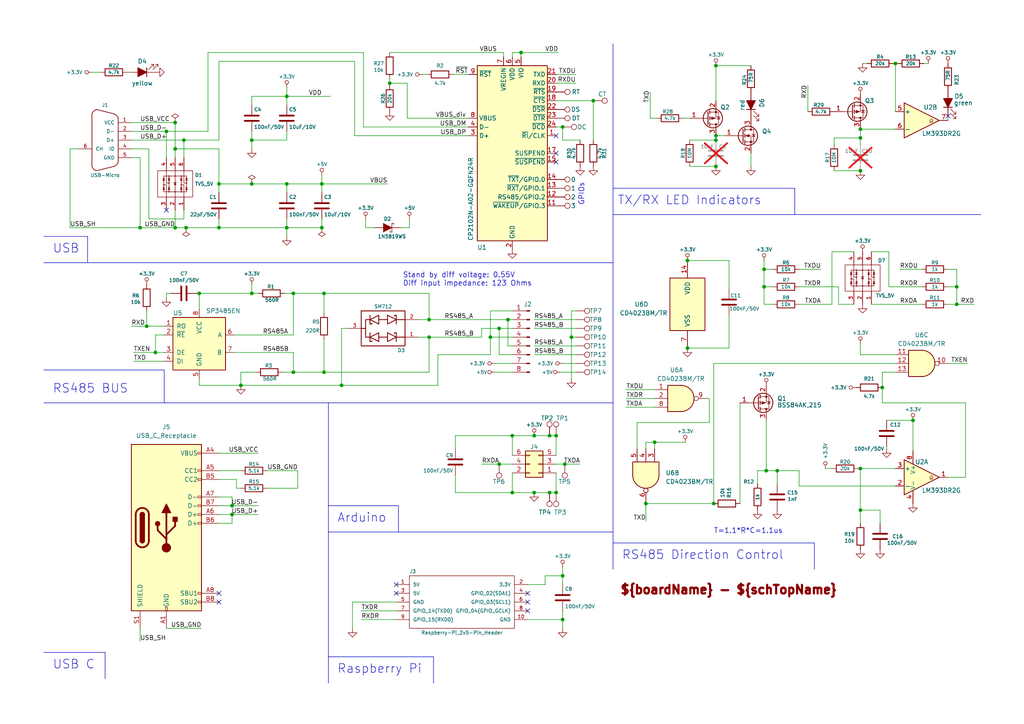
<source format=kicad_sch>
(kicad_sch (version 20250114) (generator "eeschema") (generator_version "9.0")
  (paper "A4")
  (title_block (title "${boardName} - ${schTopName}") (date "2025-08-16") (rev "1.2"))
  (text "Stand by diff voltage: 0.55V\nDiff input impedance: 123 Ohms" (at 116.84 83.185 0) (effects (font (size 1.5 1.5)) (justify left bottom)))
  (text "Raspberry Pi" (at 97.79 195.58 0) (effects (font (size 2.54 2.54)) (justify left bottom)))
  (text "RS485 BUS" (at 15.24 114.3 0) (effects (font (size 2.54 2.54)) (justify left bottom)))
  (text "Arduino" (at 97.79 151.765 0) (effects (font (size 2.54 2.54)) (justify left bottom)))
  (text "T=1.1*R*C=1.1us" (at 207.01 154.94 0) (effects (font (size 1.5 1.5)) (justify left bottom)))
  (text "TX/RX LED Indicators" (at 179.07 59.69 0) (effects (font (size 2.54 2.54)) (justify left bottom)))
  (text "USB C" (at 15.24 194.31 0) (effects (font (size 2.54 2.54)) (justify left bottom)))
  (text "USB" (at 15.24 73.66 0) (effects (font (size 2.54 2.54)) (justify left bottom)))
  (text "RS485 Direction Control" (at 180.34 162.56 0) (effects (font (size 2.54 2.54)) (justify left bottom)))
  (text "${boardName} - ${schTopName}" (at 179.705 172.72 0) (effects (font (size 2.5 2.5) (thickness 0.8) (bold yes)) (justify left bottom)))
  (text "GPIOs" (at 169.545 59.69 90) (effects (font (size 1.5 1.5)) (justify left bottom)))
  (junction (at 124.46 97.79))
  (junction (at 69.85 111.76))
  (junction (at 277.495 88.265))
  (junction (at 221.615 78.105))
  (junction (at 63.5 53.34))
  (junction (at 163.195 167.005))
  (junction (at 124.46 92.71))
  (junction (at 45.085 102.235))
  (junction (at 259.715 18.415))
  (junction (at 159.385 126.365))
  (junction (at 93.345 53.34))
  (junction (at 85.09 85.09))
  (junction (at 83.185 66.04))
  (junction (at 207.01 146.05))
  (junction (at 221.615 83.185))
  (junction (at 207.645 39.37))
  (junction (at 187.325 146.05))
  (junction (at 189.865 128.27))
  (junction (at 264.795 121.92))
  (junction (at 249.555 49.53))
  (junction (at 42.545 94.615))
  (junction (at 50.8 43.18))
  (junction (at 255.905 112.395))
  (junction (at 163.195 36.83))
  (junction (at 199.39 100.965))
  (junction (at 207.645 48.26))
  (junction (at 93.98 107.95))
  (junction (at 165.735 97.79))
  (junction (at 53.975 66.04))
  (junction (at 93.98 85.09))
  (junction (at 40.64 66.04))
  (junction (at 277.495 83.185))
  (junction (at 99.06 111.76))
  (junction (at 249.555 135.89))
  (junction (at 67.31 146.685))
  (junction (at 222.25 136.525))
  (junction (at 83.185 53.34))
  (junction (at 85.09 107.95))
  (junction (at 172.085 29.21))
  (junction (at 83.185 27.94))
  (junction (at 161.29 126.365))
  (junction (at 148.59 126.365))
  (junction (at 199.39 75.565))
  (junction (at 73.025 85.09))
  (junction (at 113.03 24.13))
  (junction (at 163.195 179.705))
  (junction (at 144.78 95.25))
  (junction (at 144.78 134.62))
  (junction (at 207.645 19.05))
  (junction (at 225.425 136.525))
  (junction (at 53.34 40.64))
  (junction (at 93.345 66.04))
  (junction (at 249.555 37.465))
  (junction (at 163.83 134.62))
  (junction (at 48.26 38.1))
  (junction (at 207.645 40.64))
  (junction (at 249.555 40.005))
  (junction (at 151.13 15.24))
  (junction (at 154.94 126.365))
  (junction (at 142.24 97.79))
  (junction (at 67.31 149.225))
  (junction (at 50.8 66.04))
  (junction (at 147.32 92.71))
  (junction (at 161.29 142.875))
  (junction (at 57.785 85.09))
  (junction (at 154.94 142.875))
  (junction (at 50.8 35.56))
  (junction (at 73.025 40.64))
  (junction (at 159.385 142.875))
  (junction (at 63.5 66.04))
  (junction (at 249.555 147.955))
  (junction (at 148.59 142.875))
  (junction (at 73.025 53.34))
  (no_connect (at 48.26 60.96))
  (no_connect (at 114.935 172.085))
  (no_connect (at 63.5 172.085))
  (no_connect (at 114.935 169.545))
  (no_connect (at 161.29 44.45))
  (no_connect (at 161.29 39.37))
  (no_connect (at 153.035 174.625))
  (no_connect (at 161.29 46.99))
  (no_connect (at 153.035 177.165))
  (no_connect (at 63.5 174.625))
  (no_connect (at 153.035 172.085))
  (no_connect (at 274.955 33.655))
  (wire (pts (xy 148.59 16.51) (xy 148.59 15.24)))
  (wire (pts (xy 20.32 43.18) (xy 20.32 66.04)))
  (wire (pts (xy 102.87 17.78) (xy 102.87 39.37)))
  (wire (pts (xy 163.195 177.165) (xy 163.195 179.705)))
  (wire (pts (xy 73.025 40.64) (xy 73.025 43.18)))
  (wire (pts (xy 118.11 24.13) (xy 118.11 34.29)))
  (wire (pts (xy 154.94 92.71) (xy 167.005 92.71)))
  (polyline (pts (xy 230.505 62.23) (xy 230.505 54.61)))
  (wire (pts (xy 124.46 92.71) (xy 124.46 85.09)))
  (wire (pts (xy 132.08 126.365) (xy 148.59 126.365)))
  (wire (pts (xy 249.555 99.695) (xy 249.555 102.87)))
  (wire (pts (xy 221.615 88.265) (xy 224.155 88.265)))
  (wire (pts (xy 249.555 37.465) (xy 259.715 37.465)))
  (wire (pts (xy 67.945 97.155) (xy 85.09 97.155)))
  (wire (pts (xy 73.025 27.94) (xy 83.185 27.94)))
  (wire (pts (xy 282.575 88.265) (xy 277.495 88.265)))
  (wire (pts (xy 104.775 177.165) (xy 114.935 177.165)))
  (wire (pts (xy 63.5 139.065) (xy 68.58 139.065)))
  (wire (pts (xy 260.985 78.105) (xy 267.335 78.105)))
  (wire (pts (xy 43.18 43.18) (xy 43.18 63.5)))
  (polyline (pts (xy 12.7 116.84) (xy 177.8 116.84)))
  (wire (pts (xy 73.025 30.48) (xy 73.025 27.94)))
  (wire (pts (xy 93.98 85.09) (xy 124.46 85.09)))
  (polyline (pts (xy 25.4 68.58) (xy 12.7 68.58)))
  (wire (pts (xy 73.025 38.1) (xy 73.025 40.64)))
  (wire (pts (xy 48.26 85.09) (xy 48.26 86.36)))
  (wire (pts (xy 200.025 48.26) (xy 207.645 48.26)))
  (wire (pts (xy 277.495 83.185) (xy 277.495 78.105)))
  (wire (pts (xy 105.41 15.24) (xy 105.41 36.83)))
  (wire (pts (xy 207.01 146.05) (xy 207.01 105.41)))
  (wire (pts (xy 63.5 53.34) (xy 63.5 55.88)))
  (wire (pts (xy 217.805 44.45) (xy 217.805 48.26)))
  (wire (pts (xy 189.865 128.27) (xy 198.755 128.27)))
  (wire (pts (xy 99.06 111.76) (xy 127 111.76)))
  (wire (pts (xy 207.645 19.05) (xy 217.805 19.05)))
  (wire (pts (xy 257.175 129.54) (xy 257.175 130.175)))
  (wire (pts (xy 222.25 136.525) (xy 225.425 136.525)))
  (wire (pts (xy 86.36 141.605) (xy 86.36 136.525)))
  (wire (pts (xy 106.045 66.04) (xy 108.585 66.04)))
  (wire (pts (xy 280.67 105.41) (xy 274.955 105.41)))
  (wire (pts (xy 143.51 105.41) (xy 148.59 105.41)))
  (wire (pts (xy 231.775 78.105) (xy 238.125 78.105)))
  (wire (pts (xy 165.735 97.79) (xy 165.735 109.855)))
  (wire (pts (xy 257.81 73.025) (xy 257.81 83.185)))
  (wire (pts (xy 132.08 137.795) (xy 132.08 142.875)))
  (wire (pts (xy 158.115 169.545) (xy 153.035 169.545)))
  (wire (pts (xy 114.935 174.625) (xy 102.235 174.625)))
  (wire (pts (xy 146.05 15.24) (xy 146.05 16.51)))
  (wire (pts (xy 63.5 63.5) (xy 63.5 66.04)))
  (wire (pts (xy 205.74 122.555) (xy 184.785 122.555)))
  (wire (pts (xy 211.455 75.565) (xy 199.39 75.565)))
  (wire (pts (xy 68.58 141.605) (xy 69.85 141.605)))
  (wire (pts (xy 81.915 107.95) (xy 85.09 107.95)))
  (wire (pts (xy 159.385 126.365) (xy 154.94 126.365)))
  (wire (pts (xy 142.24 90.17) (xy 148.59 90.17)))
  (wire (pts (xy 257.175 121.92) (xy 264.795 121.92)))
  (wire (pts (xy 93.345 53.34) (xy 93.345 55.88)))
  (wire (pts (xy 83.185 53.34) (xy 93.345 53.34)))
  (wire (pts (xy 148.59 142.875) (xy 154.94 142.875)))
  (polyline (pts (xy 177.8 76.2) (xy 12.7 76.2)))
  (wire (pts (xy 20.32 66.04) (xy 40.64 66.04)))
  (polyline (pts (xy 125.73 198.12) (xy 125.73 190.5)))
  (wire (pts (xy 274.955 88.265) (xy 277.495 88.265)))
  (wire (pts (xy 154.94 102.87) (xy 167.005 102.87)))
  (wire (pts (xy 162.56 107.95) (xy 167.005 107.95)))
  (wire (pts (xy 63.5 144.145) (xy 67.31 144.145)))
  (wire (pts (xy 127 111.76) (xy 127 102.87)))
  (wire (pts (xy 40.64 45.72) (xy 38.1 45.72)))
  (polyline (pts (xy 177.8 76.2) (xy 177.8 12.7)))
  (wire (pts (xy 69.85 107.95) (xy 69.85 111.76)))
  (wire (pts (xy 221.615 78.105) (xy 221.615 83.185)))
  (wire (pts (xy 50.8 35.56) (xy 38.1 35.56)))
  (wire (pts (xy 231.775 83.185) (xy 243.205 83.185)))
  (wire (pts (xy 102.87 39.37) (xy 135.89 39.37)))
  (wire (pts (xy 113.03 22.86) (xy 113.03 24.13)))
  (wire (pts (xy 142.24 102.87) (xy 142.24 97.79)))
  (wire (pts (xy 116.205 66.04) (xy 118.745 66.04)))
  (wire (pts (xy 163.195 164.465) (xy 163.195 167.005)))
  (wire (pts (xy 250.19 18.415) (xy 251.46 18.415)))
  (wire (pts (xy 219.71 136.525) (xy 219.71 140.335)))
  (wire (pts (xy 161.29 126.365) (xy 159.385 126.365)))
  (wire (pts (xy 184.785 122.555) (xy 184.785 130.175)))
  (wire (pts (xy 280.035 116.84) (xy 280.035 138.43)))
  (wire (pts (xy 167.005 90.17) (xy 165.735 90.17)))
  (wire (pts (xy 113.03 15.24) (xy 146.05 15.24)))
  (wire (pts (xy 57.785 85.09) (xy 57.15 85.09)))
  (wire (pts (xy 249.555 135.89) (xy 248.92 135.89)))
  (wire (pts (xy 57.785 85.09) (xy 73.025 85.09)))
  (wire (pts (xy 102.87 17.78) (xy 63.5 17.78)))
  (wire (pts (xy 163.195 40.64) (xy 163.195 36.83)))
  (wire (pts (xy 104.775 179.705) (xy 114.935 179.705)))
  (wire (pts (xy 224.155 78.105) (xy 221.615 78.105)))
  (wire (pts (xy 118.11 24.13) (xy 113.03 24.13)))
  (wire (pts (xy 249.555 135.89) (xy 249.555 147.955)))
  (wire (pts (xy 205.74 115.57) (xy 205.105 115.57)))
  (wire (pts (xy 60.325 15.24) (xy 60.325 38.1)))
  (wire (pts (xy 148.59 15.24) (xy 151.13 15.24)))
  (wire (pts (xy 231.775 136.525) (xy 225.425 136.525)))
  (wire (pts (xy 45.085 102.235) (xy 47.625 102.235)))
  (wire (pts (xy 274.955 33.655) (xy 274.955 34.925)))
  (wire (pts (xy 63.5 66.04) (xy 83.185 66.04)))
  (wire (pts (xy 224.155 83.185) (xy 221.615 83.185)))
  (wire (pts (xy 83.185 27.94) (xy 83.185 30.48)))
  (wire (pts (xy 73.025 85.09) (xy 74.93 85.09)))
  (wire (pts (xy 63.5 136.525) (xy 69.85 136.525)))
  (wire (pts (xy 163.195 105.41) (xy 167.005 105.41)))
  (wire (pts (xy 148.59 102.87) (xy 144.78 102.87)))
  (wire (pts (xy 67.31 146.685) (xy 74.93 146.685)))
  (wire (pts (xy 48.26 182.245) (xy 58.42 182.245)))
  (wire (pts (xy 143.51 107.95) (xy 148.59 107.95)))
  (wire (pts (xy 163.195 167.005) (xy 158.115 167.005)))
  (wire (pts (xy 187.325 146.05) (xy 187.325 145.415)))
  (wire (pts (xy 247.65 73.025) (xy 241.3 73.025)))
  (wire (pts (xy 57.785 89.535) (xy 57.785 85.09)))
  (wire (pts (xy 57.785 111.76) (xy 69.85 111.76)))
  (wire (pts (xy 68.58 139.065) (xy 68.58 141.605)))
  (wire (pts (xy 63.5 43.18) (xy 63.5 53.34)))
  (wire (pts (xy 132.08 130.175) (xy 132.08 126.365)))
  (wire (pts (xy 85.09 102.235) (xy 85.09 107.95)))
  (wire (pts (xy 77.47 136.525) (xy 86.36 136.525)))
  (wire (pts (xy 161.29 29.21) (xy 172.085 29.21)))
  (wire (pts (xy 113.03 24.13) (xy 113.03 24.765)))
  (wire (pts (xy 38.735 102.235) (xy 45.085 102.235)))
  (wire (pts (xy 38.1 94.615) (xy 42.545 94.615)))
  (wire (pts (xy 211.455 83.82) (xy 211.455 75.565)))
  (wire (pts (xy 255.905 107.95) (xy 255.905 112.395)))
  (wire (pts (xy 42.545 94.615) (xy 47.625 94.615)))
  (wire (pts (xy 67.31 151.765) (xy 67.31 149.225)))
  (wire (pts (xy 83.185 66.04) (xy 83.185 68.58)))
  (wire (pts (xy 40.64 66.04) (xy 40.64 45.72)))
  (wire (pts (xy 49.53 85.09) (xy 48.26 85.09)))
  (wire (pts (xy 259.715 18.415) (xy 259.715 32.385)))
  (wire (pts (xy 106.045 63.5) (xy 106.045 66.04)))
  (wire (pts (xy 83.185 40.64) (xy 83.185 38.1)))
  (wire (pts (xy 53.34 63.5) (xy 53.34 60.96)))
  (wire (pts (xy 159.385 142.875) (xy 154.94 142.875)))
  (wire (pts (xy 198.12 34.29) (xy 200.025 34.29)))
  (wire (pts (xy 222.25 121.92) (xy 222.25 136.525)))
  (wire (pts (xy 42.545 90.17) (xy 42.545 94.615)))
  (wire (pts (xy 99.06 95.25) (xy 99.06 111.76)))
  (polyline (pts (xy 236.22 165.1) (xy 236.22 157.48)))
  (wire (pts (xy 139.7 97.79) (xy 139.7 95.25)))
  (wire (pts (xy 181.61 118.11) (xy 189.865 118.11)))
  (wire (pts (xy 243.205 83.185) (xy 243.205 88.265)))
  (wire (pts (xy 82.55 85.09) (xy 85.09 85.09)))
  (wire (pts (xy 57.785 109.855) (xy 57.785 111.76)))
  (wire (pts (xy 124.46 97.79) (xy 124.46 107.95)))
  (wire (pts (xy 53.975 66.04) (xy 50.8 66.04)))
  (wire (pts (xy 22.86 43.18) (xy 20.32 43.18)))
  (wire (pts (xy 181.61 115.57) (xy 189.865 115.57)))
  (wire (pts (xy 63.5 66.04) (xy 53.975 66.04)))
  (wire (pts (xy 118.11 34.29) (xy 135.89 34.29)))
  (wire (pts (xy 280.035 138.43) (xy 274.955 138.43)))
  (wire (pts (xy 249.555 147.955) (xy 249.555 151.765)))
  (wire (pts (xy 45.085 97.155) (xy 47.625 97.155)))
  (wire (pts (xy 48.26 38.1) (xy 60.325 38.1)))
  (wire (pts (xy 151.13 15.24) (xy 161.925 15.24)))
  (wire (pts (xy 207.645 39.37) (xy 210.185 39.37)))
  (wire (pts (xy 144.78 134.62) (xy 139.7 134.62)))
  (polyline (pts (xy 230.505 54.61) (xy 177.8 54.61)))
  (wire (pts (xy 255.905 116.84) (xy 280.035 116.84)))
  (wire (pts (xy 73.025 40.64) (xy 83.185 40.64)))
  (wire (pts (xy 121.285 97.79) (xy 124.46 97.79)))
  (wire (pts (xy 190.5 34.29) (xy 188.595 34.29)))
  (wire (pts (xy 118.745 66.04) (xy 118.745 63.5)))
  (polyline (pts (xy 177.8 165.1) (xy 177.8 76.2)))
  (polyline (pts (xy 95.25 154.305) (xy 177.8 154.305)))
  (wire (pts (xy 163.195 167.005) (xy 163.195 169.545)))
  (wire (pts (xy 241.935 49.53) (xy 249.555 49.53)))
  (wire (pts (xy 102.235 174.625) (xy 102.235 182.245)))
  (wire (pts (xy 53.34 40.64) (xy 63.5 40.64)))
  (wire (pts (xy 38.1 40.64) (xy 53.34 40.64)))
  (polyline (pts (xy 177.8 62.23) (xy 284.48 62.23)))
  (wire (pts (xy 43.18 63.5) (xy 53.34 63.5)))
  (wire (pts (xy 93.98 98.425) (xy 93.98 107.95)))
  (wire (pts (xy 187.325 151.13) (xy 187.325 146.05)))
  (polyline (pts (xy 25.4 76.2) (xy 25.4 68.58)))
  (wire (pts (xy 127 102.87) (xy 142.24 102.87)))
  (wire (pts (xy 131.445 21.59) (xy 135.89 21.59)))
  (wire (pts (xy 38.1 43.18) (xy 43.18 43.18)))
  (polyline (pts (xy 47.625 107.315) (xy 12.7 107.315)))
  (wire (pts (xy 249.555 147.955) (xy 255.27 147.955)))
  (wire (pts (xy 105.41 36.83) (xy 135.89 36.83)))
  (wire (pts (xy 83.185 63.5) (xy 83.185 66.04)))
  (wire (pts (xy 83.185 27.94) (xy 95.885 27.94)))
  (wire (pts (xy 200.025 40.64) (xy 207.645 40.64)))
  (wire (pts (xy 67.31 149.225) (xy 74.93 149.225)))
  (wire (pts (xy 222.25 136.525) (xy 219.71 136.525)))
  (wire (pts (xy 252.73 88.265) (xy 267.335 88.265)))
  (wire (pts (xy 163.195 40.64) (xy 168.275 40.64)))
  (wire (pts (xy 50.8 43.18) (xy 63.5 43.18)))
  (wire (pts (xy 207.01 105.41) (xy 259.715 105.41)))
  (wire (pts (xy 231.775 140.97) (xy 231.775 136.525)))
  (polyline (pts (xy 125.73 190.5) (xy 95.25 190.5)))
  (wire (pts (xy 148.59 100.33) (xy 147.32 100.33)))
  (wire (pts (xy 259.715 135.89) (xy 249.555 135.89)))
  (wire (pts (xy 45.085 97.155) (xy 45.085 102.235)))
  (wire (pts (xy 211.455 91.44) (xy 211.455 100.965)))
  (wire (pts (xy 148.59 132.08) (xy 148.59 126.365)))
  (polyline (pts (xy 115.57 146.685) (xy 95.25 146.685)))
  (wire (pts (xy 211.455 100.965) (xy 199.39 100.965)))
  (wire (pts (xy 172.085 40.64) (xy 172.085 29.21)))
  (polyline (pts (xy 47.625 116.84) (xy 47.625 107.315)))
  (wire (pts (xy 93.98 85.09) (xy 93.98 90.805)))
  (polyline (pts (xy 236.22 157.48) (xy 177.8 157.48)))
  (wire (pts (xy 167.005 24.13) (xy 161.29 24.13)))
  (wire (pts (xy 36.83 20.955) (xy 37.465 20.955)))
  (wire (pts (xy 259.715 140.97) (xy 231.775 140.97)))
  (wire (pts (xy 77.47 141.605) (xy 86.36 141.605)))
  (wire (pts (xy 234.315 24.765) (xy 234.315 32.385)))
  (wire (pts (xy 154.94 95.25) (xy 167.005 95.25)))
  (wire (pts (xy 40.64 182.245) (xy 40.64 186.055)))
  (wire (pts (xy 124.46 92.71) (xy 147.32 92.71)))
  (wire (pts (xy 189.865 130.175) (xy 189.865 128.27)))
  (wire (pts (xy 161.29 137.16) (xy 161.29 142.875)))
  (wire (pts (xy 207.645 19.05) (xy 207.645 29.21)))
  (wire (pts (xy 259.08 18.415) (xy 259.715 18.415)))
  (wire (pts (xy 225.425 136.525) (xy 225.425 140.335)))
  (wire (pts (xy 63.5 151.765) (xy 67.31 151.765)))
  (wire (pts (xy 163.195 179.705) (xy 163.195 182.245)))
  (wire (pts (xy 243.205 88.265) (xy 247.65 88.265)))
  (wire (pts (xy 207.645 39.37) (xy 207.645 40.64)))
  (wire (pts (xy 277.495 88.265) (xy 277.495 83.185)))
  (wire (pts (xy 83.185 53.34) (xy 73.025 53.34)))
  (wire (pts (xy 165.735 97.79) (xy 167.005 97.79)))
  (wire (pts (xy 260.35 18.415) (xy 259.715 18.415)))
  (wire (pts (xy 38.1 38.1) (xy 48.26 38.1)))
  (wire (pts (xy 148.59 137.16) (xy 148.59 142.875)))
  (wire (pts (xy 142.24 97.79) (xy 148.59 97.79)))
  (wire (pts (xy 73.025 82.55) (xy 73.025 85.09)))
  (wire (pts (xy 148.59 134.62) (xy 144.78 134.62)))
  (wire (pts (xy 147.32 100.33) (xy 147.32 92.71)))
  (wire (pts (xy 187.325 146.05) (xy 207.01 146.05)))
  (wire (pts (xy 151.13 15.24) (xy 151.13 16.51)))
  (wire (pts (xy 167.005 21.59) (xy 161.29 21.59)))
  (wire (pts (xy 264.795 121.92) (xy 264.795 130.81)))
  (wire (pts (xy 221.615 83.185) (xy 221.615 88.265)))
  (wire (pts (xy 26.67 20.955) (xy 29.21 20.955)))
  (wire (pts (xy 47.625 104.775) (xy 38.735 104.775)))
  (wire (pts (xy 67.945 102.235) (xy 85.09 102.235)))
  (wire (pts (xy 124.46 97.79) (xy 139.7 97.79)))
  (wire (pts (xy 63.5 53.34) (xy 73.025 53.34)))
  (wire (pts (xy 144.78 102.87) (xy 144.78 95.25)))
  (wire (pts (xy 249.555 102.87) (xy 259.715 102.87)))
  (wire (pts (xy 139.7 95.25) (xy 144.78 95.25)))
  (wire (pts (xy 221.615 75.565) (xy 221.615 78.105)))
  (wire (pts (xy 83.185 55.88) (xy 83.185 53.34)))
  (wire (pts (xy 63.5 17.78) (xy 63.5 40.64)))
  (wire (pts (xy 255.27 147.955) (xy 255.27 151.765)))
  (wire (pts (xy 154.94 100.33) (xy 167.005 100.33)))
  (wire (pts (xy 50.8 35.56) (xy 50.8 43.18)))
  (wire (pts (xy 163.195 36.83) (xy 161.29 36.83)))
  (wire (pts (xy 153.035 179.705) (xy 163.195 179.705)))
  (wire (pts (xy 147.32 92.71) (xy 148.59 92.71)))
  (wire (pts (xy 188.595 26.67) (xy 188.595 34.29)))
  (wire (pts (xy 93.98 107.95) (xy 124.46 107.95)))
  (wire (pts (xy 144.78 95.25) (xy 148.59 95.25)))
  (wire (pts (xy 85.09 85.09) (xy 85.09 97.155)))
  (wire (pts (xy 99.06 95.25) (xy 100.965 95.25)))
  (wire (pts (xy 85.09 85.09) (xy 93.98 85.09)))
  (wire (pts (xy 48.26 38.1) (xy 48.26 45.72)))
  (wire (pts (xy 214.63 116.84) (xy 214.63 146.05)))
  (wire (pts (xy 122.555 21.59) (xy 123.825 21.59)))
  (wire (pts (xy 249.555 40.005) (xy 249.555 37.465)))
  (wire (pts (xy 83.185 25.4) (xy 83.185 27.94)))
  (wire (pts (xy 63.5 146.685) (xy 67.31 146.685)))
  (polyline (pts (xy 30.48 189.23) (xy 12.7 189.23)))
  (polyline (pts (xy 95.25 198.12) (xy 95.25 116.84)))
  (wire (pts (xy 53.34 40.64) (xy 53.34 45.72)))
  (wire (pts (xy 93.345 50.8) (xy 93.345 53.34)))
  (wire (pts (xy 163.83 134.62) (xy 161.29 134.62)))
  (wire (pts (xy 257.81 83.185) (xy 267.335 83.185)))
  (wire (pts (xy 93.345 63.5) (xy 93.345 66.04)))
  (wire (pts (xy 121.285 92.71) (xy 124.46 92.71)))
  (wire (pts (xy 241.935 41.91) (xy 241.935 40.005)))
  (wire (pts (xy 168.275 134.62) (xy 163.83 134.62)))
  (wire (pts (xy 142.24 97.79) (xy 142.24 90.17)))
  (wire (pts (xy 93.345 53.34) (xy 112.395 53.34)))
  (wire (pts (xy 249.555 41.91) (xy 249.555 40.005)))
  (wire (pts (xy 63.5 149.225) (xy 67.31 149.225)))
  (polyline (pts (xy 30.48 196.85) (xy 30.48 189.23)))
  (wire (pts (xy 239.395 135.89) (xy 241.3 135.89)))
  (wire (pts (xy 205.74 115.57) (xy 205.74 122.555)))
  (wire (pts (xy 267.97 18.415) (xy 269.24 18.415)))
  (wire (pts (xy 241.3 73.025) (xy 241.3 88.265)))
  (wire (pts (xy 69.85 107.95) (xy 74.295 107.95)))
  (wire (pts (xy 231.775 88.265) (xy 241.3 88.265)))
  (wire (pts (xy 85.09 107.95) (xy 93.98 107.95)))
  (wire (pts (xy 252.73 73.025) (xy 257.81 73.025)))
  (wire (pts (xy 259.715 107.95) (xy 255.905 107.95)))
  (wire (pts (xy 50.8 66.04) (xy 40.64 66.04)))
  (wire (pts (xy 67.31 144.145) (xy 67.31 146.685)))
  (wire (pts (xy 50.8 45.72) (xy 50.8 43.18)))
  (wire (pts (xy 165.735 90.17) (xy 165.735 97.79)))
  (wire (pts (xy 187.325 130.175) (xy 187.325 128.27)))
  (polyline (pts (xy 115.57 154.305) (xy 115.57 146.685)))
  (wire (pts (xy 274.955 83.185) (xy 277.495 83.185)))
  (wire (pts (xy 161.29 142.875) (xy 159.385 142.875)))
  (wire (pts (xy 50.8 66.04) (xy 50.8 60.96)))
  (wire (pts (xy 161.29 132.08) (xy 161.29 126.365)))
  (wire (pts (xy 187.325 128.27) (xy 189.865 128.27)))
  (wire (pts (xy 255.905 112.395) (xy 255.905 116.84)))
  (wire (pts (xy 277.495 78.105) (xy 274.955 78.105)))
  (wire (pts (xy 148.59 126.365) (xy 154.94 126.365)))
  (wire (pts (xy 132.08 142.875) (xy 148.59 142.875)))
  (wire (pts (xy 69.85 111.76) (xy 99.06 111.76)))
  (wire (pts (xy 60.325 15.24) (xy 105.41 15.24)))
  (wire (pts (xy 93.345 66.04) (xy 83.185 66.04)))
  (wire (pts (xy 158.115 167.005) (xy 158.115 169.545)))
  (wire (pts (xy 63.5 131.445) (xy 74.93 131.445)))
  (wire (pts (xy 181.61 113.03) (xy 189.865 113.03)))
  (wire (pts (xy 241.935 40.005) (xy 249.555 40.005)))
  (label "USB_VCC" (at 40.64 35.56 0))
  (label "TXD" (at 188.595 29.845 90))
  (label "TXDU" (at 181.61 113.03 0))
  (label "USB_GND" (at 58.42 182.245 180))
  (label "RXD" (at 282.575 88.265 180))
  (label "RS485B" (at 76.2 102.235 0))
  (label "USB_D-" (at 74.93 146.685 180))
  (label "TXDA" (at 181.61 118.11 0))
  (label "USB_DP" (at 135.255 39.37 180))
  (label "RS485_A" (at 154.94 92.71 0))
  (label "TXDR" (at 181.61 115.57 0))
  (label "RS485_B" (at 128.905 97.79 0))
  (label "RXDR" (at 260.985 83.185 0))
  (label "USB_GND" (at 86.36 136.525 180))
  (label "VBUS" (at 112.395 53.34 180))
  (label "TXEN" (at 280.67 105.41 180))
  (label "USB_D+" (at 40.64 40.64 0))
  (label "USB_GND" (at 41.91 66.04 0))
  (label "RXDA" (at 144.78 134.62 180))
  (label "TXEN" (at 38.735 102.235 0))
  (label "VBUS_div" (at 126.365 34.29 0))
  (label "TXDA" (at 168.275 134.62 180))
  (label "RXDA" (at 260.985 88.265 0))
  (label "TXD" (at 187.325 151.13 180))
  (label "RXDU" (at 167.005 24.13 180))
  (label "VDD" (at 93.345 27.94 180))
  (label "VBUS" (at 139.065 15.24 0))
  (label "USB_D+" (at 74.93 149.225 180))
  (label "RS485A" (at 76.2 97.155 0))
  (label "TXDA" (at 238.125 88.265 180))
  (label "RXD" (at 38.1 94.615 0))
  (label "~{RST}" (at 132.08 21.59 0))
  (label "TXD" (at 38.735 104.775 0))
  (label "RXDR" (at 104.775 179.705 0))
  (label "TXDU" (at 238.125 78.105 180))
  (label "TXDR" (at 104.775 177.165 0))
  (label "RS485_A" (at 154.94 100.33 0))
  (label "RS485_B" (at 154.94 95.25 0))
  (label "RS485_A" (at 128.905 92.71 0))
  (label "VDD" (at 161.925 15.24 180))
  (label "TXDR" (at 238.125 83.185 180))
  (label "RXDU" (at 260.985 78.105 0))
  (label "RXD" (at 234.315 28.575 90))
  (label "USB_DM" (at 135.255 36.83 180))
  (label "RS485_B" (at 154.94 102.87 0))
  (label "USB_D-" (at 40.64 38.1 0))
  (label "USB_VCC" (at 74.93 131.445 180))
  (label "TXDU" (at 167.005 21.59 180))
  (label "USB_SH" (at 20.32 66.04 0))
  (label "USB_SH" (at 40.64 186.055 0))
  (symbol (lib_id "Celebi:capacitor") (at 53.34 85.09 0) (unit 1)
    (property "Reference" "C7" (at 53.34 79.375 0) (effects (font (size 1.016 1.016))))
    (property "Value" "100nF/50V" (at 53.34 81.28 0) (effects (font (size 1.016 1.016))))
    (property "Footprint" "Capacitor_SMD:C_0603_1608Metric" (effects (hide yes)))
    (property "Description" "50V 100nF X7R ±10% 0603  Multilayer Ceramic Capacitors MLCC - SMD/SMT ROHS" (effects (hide yes)))
    (property "Tolerance" "10%" (effects (hide yes)))
    (property "Power" "_" (effects (hide yes)))
    (property "Manufacturer" "Yageo" (effects (hide yes)))
    (property "PartNumber" "CC0603KRX7R9BB104" (effects (hide yes)))
    (property "Digikey" "1276-6854-1-ND" (effects (hide yes)))
    (property "LCSC" "C14663" (effects (hide yes)))
  )
  (symbol (lib_id "Celebi:+5V") (at 93.345 50.8 0) (unit 1)
    (property "Reference" "#PWR017" (effects (hide yes)))
    (property "Value" "+5V" (at 93.345 47.625 0) (effects (font (size 1.016 1.016))))
  )
  (symbol (lib_id "Celebi:resistor") (at 93.98 94.615 90) (mirror x) (unit 1)
    (property "Reference" "R5" (at 92.71 93.345 90) (effects (font (size 1.016 1.016)) (justify left)))
    (property "Value" "220R" (at 92.71 95.885 90) (effects (font (size 1.016 1.016)) (justify left)))
    (property "Footprint" "Resistor_SMD:R_0603_1608Metric" (effects (hide yes)))
    (property "Datasheet" "https://wmsc.lcsc.com/wmsc/upload/file/pdf/v2/lcsc/2206010130_UNI-ROYAL-Uniroyal-Elec-0603WAF2200T5E_C22962.pdf" (effects (hide yes)))
    (property "Description" "100mW Thick Film Resistors 75V ±100ppm/℃ ±1% 220Ω 0603 Chip Resistor - Surface Mount ROHS" (effects (hide yes)))
    (property "Tolerance" "5%" (effects (hide yes)))
    (property "Power" "1/10W" (effects (hide yes)))
    (property "Manufacturer" "UNI-ROYAL(Uniroyal Elec)" (effects (hide yes)))
    (property "PartNumber" "0603WAF2200T5E" (effects (hide yes)))
    (property "LCSC" "C22962" (effects (hide yes)))
  )
  (symbol (lib_id "Celebi:SM712") (at 111.125 95.25 180) (unit 1)
    (property "Reference" "D3" (at 117.475 101.6 0) (effects (font (size 1.016 1.016)) (justify left)))
    (property "Value" "SM712" (at 111.125 88.9 0) (effects (font (size 1.016 1.016))))
    (property "Footprint" "Celebi:SOT23-3" (effects (hide yes)))
    (property "Description" "SOT-23  ESD Protection Devices ROHS" (effects (hide yes)))
    (property "Tolerance" "_" (effects (hide yes)))
    (property "Power" "400W" (effects (hide yes)))
    (property "Manufacturer" "DOWO" (effects (hide yes)))
    (property "PartNumber" "SM712" (effects (hide yes)))
    (property "Digikey" "!F6450CT-ND" (effects (hide yes)))
    (property "LCSC" "C293966" (effects (hide yes)))
  )
  (symbol (lib_id "Celebi:Raspberry-Pi4_Reverse_10P") (at 133.985 174.625 0) (unit 1)
    (property "Reference" "J3" (at 118.745 165.735 0) (effects (font (size 1.016 1.016)) (justify left)))
    (property "Value" "Raspberry-Pi_2x5-Pin_Header" (at 133.985 183.515 0) (effects (font (size 1.016 1.016))))
    (property "Footprint" "rs485RPihat:con-WR-PHD-61031021821" (effects (hide yes)))
    (property "Description" "2.54mm 2.54mm 双排 Gold Brass 2x5P 10 SMD,P=2.54mm  Female Headers ROHS" (effects (hide yes)))
    (property "Tolerance" "_" (effects (hide yes)))
    (property "Power" "_" (effects (hide yes)))
    (property "Manufacturer" "Boomele" (effects (hide yes)))
    (property "Digikey" "_" (effects (hide yes)))
    (property "LCSC" "C843271 " (effects (hide yes)))
    (property "Alternative Part Number" "C261072" (effects (hide yes)))
  )
  (symbol (lib_id "Celebi:capacitor") (at 163.195 173.355 270) (unit 1)
    (property "Reference" "C8" (at 163.83 170.815 90) (effects (font (size 1.016 1.016)) (justify left)))
    (property "Value" "100nF/50V" (at 163.83 175.895 90) (effects (font (size 1.016 1.016)) (justify left)))
    (property "Footprint" "Capacitor_SMD:C_0603_1608Metric" (effects (hide yes)))
    (property "Description" "50V 100nF X7R ±10% 0603  Multilayer Ceramic Capacitors MLCC - SMD/SMT ROHS" (effects (hide yes)))
    (property "Tolerance" "10%" (effects (hide yes)))
    (property "Power" "_" (effects (hide yes)))
    (property "Manufacturer" "Yageo" (effects (hide yes)))
    (property "PartNumber" "CC0603KRX7R9BB104" (effects (hide yes)))
    (property "Digikey" "1276-6854-1-ND" (effects (hide yes)))
    (property "LCSC" "C14663" (effects (hide yes)))
  )
  (symbol (lib_id "Celebi:GND") (at 163.195 182.245 0) (mirror y) (unit 1)
    (property "Reference" "#PWR0104" (effects (hide yes)))
    (property "Value" "GND" (effects (hide yes)))
  )
  (symbol (lib_id "Celebi:capacitor") (at 93.345 59.69 270) (unit 1)
    (property "Reference" "C3" (at 93.98 57.15 90) (effects (font (size 1.016 1.016)) (justify left)))
    (property "Value" "10uF/10V" (at 93.98 62.23 90) (effects (font (size 1.016 1.016)) (justify left)))
    (property "Footprint" "Capacitor_SMD:C_0603_1608Metric" (effects (hide yes)))
    (property "Datasheet" "https://wmsc.lcsc.com/wmsc/upload/file/pdf/v2/lcsc/2304140030_Samsung-Electro-Mechanics-CL10A106KP8NNNC_C19702.pdf" (effects (hide yes)))
    (property "Description" "10V 10uF X5R ±10% 0603 Multilayer Ceramic Capacitors MLCC - SMD/SMT ROHS" (effects (hide yes)))
    (property "Tolerance" "10%" (effects (hide yes)))
    (property "Manufacturer" "Samsung Electro-Mechanics" (effects (hide yes)))
    (property "PartNumber" "CL10A106KP8NNNC" (effects (hide yes)))
    (property "LCSC" "C19702" (effects (hide yes)))
  )
  (symbol (lib_id "Celebi:GND") (at 102.235 182.245 0) (mirror y) (unit 1)
    (property "Reference" "#PWR0105" (effects (hide yes)))
    (property "Value" "GND" (effects (hide yes)))
  )
  (symbol (lib_id "Celebi:+5V") (at 118.745 63.5 0) (unit 1)
    (property "Reference" "#PWR0111" (effects (hide yes)))
    (property "Value" "+5V" (at 118.745 60.325 0) (effects (font (size 1.016 1.016))))
  )
  (symbol (lib_id "Celebi:+3.3V") (at 106.045 63.5 0) (unit 1)
    (property "Reference" "#PWR0112" (effects (hide yes)))
    (property "Value" "+3.3V" (at 106.045 60.325 0) (effects (font (size 1.016 1.016))))
  )
  (symbol (lib_id "Celebi:+3.3V") (at 221.615 75.565 0) (unit 1)
    (property "Reference" "#PWR0110" (effects (hide yes)))
    (property "Value" "+3.3V" (at 221.615 72.39 0) (effects (font (size 1.016 1.016))))
  )
  (symbol (lib_id "Celebi:capacitor") (at 73.025 34.29 270) (unit 1)
    (property "Reference" "C4" (at 73.66 31.75 90) (effects (font (size 1.016 1.016)) (justify left)))
    (property "Value" "100nF/50V" (at 73.66 36.83 90) (effects (font (size 1.016 1.016)) (justify left)))
    (property "Footprint" "Capacitor_SMD:C_0603_1608Metric" (effects (hide yes)))
    (property "Description" "50V 100nF X7R ±10% 0603  Multilayer Ceramic Capacitors MLCC - SMD/SMT ROHS" (effects (hide yes)))
    (property "Tolerance" "10%" (effects (hide yes)))
    (property "Power" "_" (effects (hide yes)))
    (property "Manufacturer" "Yageo" (effects (hide yes)))
    (property "PartNumber" "CC0603KRX7R9BB104" (effects (hide yes)))
    (property "Digikey" "1276-6854-1-ND" (effects (hide yes)))
    (property "LCSC" "C14663" (effects (hide yes)))
  )
  (symbol (lib_id "Celebi:GND") (at 73.025 43.18 0) (mirror y) (unit 1)
    (property "Reference" "#PWR0129" (effects (hide yes)))
    (property "Value" "GND" (effects (hide yes)))
  )
  (symbol (lib_id "Celebi:resistor") (at 127.635 21.59 0) (mirror y) (unit 1)
    (property "Reference" "R2" (at 127.635 19.05 0) (effects (font (size 1.016 1.016))))
    (property "Value" "4.7k" (at 127.635 24.13 0) (effects (font (size 1.016 1.016))))
    (property "Footprint" "Resistor_SMD:R_0603_1608Metric" (effects (hide yes)))
    (property "Datasheet" "https://wmsc.lcsc.com/wmsc/upload/file/pdf/v2/lcsc/2206010116_UNI-ROYAL-Uniroyal-Elec-0603WAF4701T5E_C23162.pdf" (effects (hide yes)))
    (property "Description" "100mW Thick Film Resistors 75V ±100ppm/℃ ±1% 4.7kΩ 0603 Chip Resistor - Surface Mount ROHS" (effects (hide yes)))
    (property "Tolerance" "1%" (effects (hide yes)))
    (property "Power" "1/10W" (effects (hide yes)))
    (property "Manufacturer" "UNI-ROYAL(Uniroyal Elec)" (effects (hide yes)))
    (property "PartNumber" "0603WAF4701T5E" (effects (hide yes)))
    (property "LCSC" "C23162" (effects (hide yes)))
  )
  (symbol (lib_id "Celebi:+3.3V") (at 83.185 25.4 0) (unit 1)
    (property "Reference" "#PWR0106" (effects (hide yes)))
    (property "Value" "+3.3V" (at 83.185 22.225 0) (effects (font (size 1.016 1.016))))
  )
  (symbol (lib_id "Celebi:+3.3V") (at 163.195 164.465 0) (unit 1)
    (property "Reference" "#PWR0107" (effects (hide yes)))
    (property "Value" "+3.3V" (at 163.195 161.29 0) (effects (font (size 1.016 1.016))))
  )
  (symbol (lib_id "Celebi:+3.3V") (at 122.555 21.59 90) (unit 1)
    (property "Reference" "#PWR0109" (effects (hide yes)))
    (property "Value" "+3.3V" (at 117.475 21.59 90) (effects (font (size 1.016 1.016))))
  )
  (symbol (lib_id "Celebi:+3.3V") (at 73.025 82.55 0) (unit 1)
    (property "Reference" "#PWR0101" (effects (hide yes)))
    (property "Value" "+3.3V" (at 73.025 79.375 0) (effects (font (size 1.016 1.016))))
  )
  (symbol (lib_id "Celebi:824015") (at 50.8 53.34 270) (mirror x) (unit 1)
    (property "Reference" "D1" (at 56.515 50.8 90) (effects (font (size 1.016 1.016)) (justify left)))
    (property "Value" "TVS_5V" (at 56.515 53.34 90) (effects (font (size 1.016 1.016)) (justify left)))
    (property "Footprint" "Celebi:SOT23-6L" (effects (hide yes)))
    (property "Description" "SOT-23-6  ESD Protection Devices ROHS" (effects (hide yes)))
    (property "Tolerance" "_" (effects (hide yes)))
    (property "Power" "_" (effects (hide yes)))
    (property "Manufacturer" "Tech_Public" (effects (hide yes)))
    (property "PartNumber" "TPIP4220CZ6" (effects (hide yes)))
    (property "Digikey" "!1727-2751-1-ND" (effects (hide yes)))
    (property "LCSC" "C558417" (effects (hide yes)))
  )
  (symbol (lib_id "Celebi:GND") (at 83.185 68.58 0) (mirror y) (unit 1)
    (property "Reference" "#PWR0102" (effects (hide yes)))
    (property "Value" "GND" (effects (hide yes)))
  )
  (symbol (lib_id "Celebi:capacitor") (at 83.185 59.69 270) (unit 1)
    (property "Reference" "C2" (at 83.82 57.15 90) (effects (font (size 1.016 1.016)) (justify left)))
    (property "Value" "100nF/50V" (at 83.82 62.23 90) (effects (font (size 1.016 1.016)) (justify left)))
    (property "Footprint" "Capacitor_SMD:C_0603_1608Metric" (effects (hide yes)))
    (property "Description" "50V 100nF X7R ±10% 0603  Multilayer Ceramic Capacitors MLCC - SMD/SMT ROHS" (effects (hide yes)))
    (property "Tolerance" "10%" (effects (hide yes)))
    (property "Power" "_" (effects (hide yes)))
    (property "Manufacturer" "Yageo" (effects (hide yes)))
    (property "PartNumber" "CC0603KRX7R9BB104" (effects (hide yes)))
    (property "Digikey" "1276-6854-1-ND" (effects (hide yes)))
    (property "LCSC" "C14663" (effects (hide yes)))
  )
  (symbol (lib_id "Celebi:capacitor") (at 63.5 59.69 90) (mirror x) (unit 1)
    (property "Reference" "C1" (at 62.865 57.15 90) (effects (font (size 1.016 1.016)) (justify left)))
    (property "Value" "22pF/50V" (at 62.865 62.23 90) (effects (font (size 1.016 1.016)) (justify left)))
    (property "Footprint" "Capacitor_SMD:C_0603_1608Metric" (effects (hide yes)))
    (property "Description" "50V 22pF C0G ±5% 0603  Multilayer Ceramic Capacitors MLCC - SMD/SMT ROHS" (effects (hide yes)))
    (property "Tolerance" "5%" (effects (hide yes)))
    (property "Power" "_" (effects (hide yes)))
    (property "Manufacturer" "Samsung" (effects (hide yes)))
    (property "PartNumber" "CL10C220JB8NNNC" (effects (hide yes)))
    (property "Digikey" "1276-1023-1-ND" (effects (hide yes)))
    (property "LCSC" "C1653" (effects (hide yes)))
  )
  (symbol (lib_id "Celebi:resistor") (at 271.145 83.185 0) (unit 1)
    (property "Reference" "R10" (at 271.145 81.28 0) (effects (font (size 1.016 1.016))))
    (property "Value" "1k" (at 271.145 83.185 0) (effects (font (size 1.016 1.016))))
    (property "Footprint" "Resistor_SMD:R_0603_1608Metric" (effects (hide yes)))
    (property "Description" "100mW Thick Film Resistors ±100ppm/℃ ±1% 1kΩ 0603  Chip Resistor - Surface Mount ROHS" (effects (hide yes)))
    (property "Tolerance" "1%" (effects (hide yes)))
    (property "Power" "1/10W" (effects (hide yes)))
    (property "Manufacturer" "Uniroyal_Elec" (effects (hide yes)))
    (property "PartNumber" "0603WAF1001T5E" (effects (hide yes)))
    (property "Digikey" "311-1.00KHRCT-ND" (effects (hide yes)))
    (property "LCSC" "C21190" (effects (hide yes)))
  )
  (symbol (lib_id "Celebi:resistor") (at 271.145 88.265 0) (unit 1)
    (property "Reference" "R11" (at 271.145 86.36 0) (effects (font (size 1.016 1.016))))
    (property "Value" "1k" (at 271.145 88.265 0) (effects (font (size 1.016 1.016))))
    (property "Footprint" "Resistor_SMD:R_0603_1608Metric" (effects (hide yes)))
    (property "Description" "100mW Thick Film Resistors ±100ppm/℃ ±1% 1kΩ 0603  Chip Resistor - Surface Mount ROHS" (effects (hide yes)))
    (property "Tolerance" "1%" (effects (hide yes)))
    (property "Power" "1/10W" (effects (hide yes)))
    (property "Manufacturer" "Uniroyal_Elec" (effects (hide yes)))
    (property "PartNumber" "0603WAF1001T5E" (effects (hide yes)))
    (property "Digikey" "311-1.00KHRCT-ND" (effects (hide yes)))
    (property "LCSC" "C21190" (effects (hide yes)))
  )
  (symbol (lib_id "Celebi:USB-Micro") (at 30.48 40.64 0) (mirror y) (unit 1)
    (property "Reference" "J1" (at 30.48 30.48 0) (effects (font (size 1.016 1.016))))
    (property "Value" "USB-Micro" (at 30.48 50.8 0) (effects (font (size 1.016 1.016))))
    (property "Footprint" "Celebi:usb-MicroXNJ" (effects (hide yes)))
    (property "Description" "1A USB 2.0 1 Surface Mount 5 Female -20℃~+85℃ Micro-B SMD  USB Connectors ROHS" (effects (hide yes)))
    (property "Tolerance" "_" (effects (hide yes)))
    (property "Power" "1.8A" (effects (hide yes)))
    (property "Manufacturer" "Shou_Han" (effects (hide yes)))
    (property "PartNumber" "MicroXNJ" (effects (hide yes)))
    (property "Digikey" "!732-5961-1-ND" (effects (hide yes)))
    (property "LCSC" "C404969" (effects (hide yes)))
  )
  (symbol (lib_id "Celebi:capacitor") (at 132.08 133.985 90) (unit 1)
    (property "Reference" "C9" (at 131.445 132.08 90) (effects (font (size 1.016 1.016)) (justify left)))
    (property "Value" "100nF/50V" (at 131.445 136.525 90) (effects (font (size 1.016 1.016)) (justify left)))
    (property "Footprint" "Capacitor_SMD:C_0603_1608Metric" (effects (hide yes)))
    (property "Description" "50V 100nF X7R ±10% 0603  Multilayer Ceramic Capacitors MLCC - SMD/SMT ROHS" (effects (hide yes)))
    (property "Tolerance" "10%" (effects (hide yes)))
    (property "Power" "_" (effects (hide yes)))
    (property "Manufacturer" "Yageo" (effects (hide yes)))
    (property "PartNumber" "CC0603KRX7R9BB104" (effects (hide yes)))
    (property "Digikey" "1276-6854-1-ND" (effects (hide yes)))
    (property "LCSC" "C14663" (effects (hide yes)))
  )
  (symbol (lib_id "Celebi:resistor") (at 271.145 78.105 0) (unit 1)
    (property "Reference" "R9" (at 271.145 76.2 0) (effects (font (size 1.016 1.016))))
    (property "Value" "1k" (at 271.145 78.105 0) (effects (font (size 1.016 1.016))))
    (property "Footprint" "Resistor_SMD:R_0603_1608Metric" (effects (hide yes)))
    (property "Description" "100mW Thick Film Resistors ±100ppm/℃ ±1% 1kΩ 0603  Chip Resistor - Surface Mount ROHS" (effects (hide yes)))
    (property "Tolerance" "1%" (effects (hide yes)))
    (property "Power" "1/10W" (effects (hide yes)))
    (property "Manufacturer" "Uniroyal_Elec" (effects (hide yes)))
    (property "PartNumber" "0603WAF1001T5E" (effects (hide yes)))
    (property "Digikey" "311-1.00KHRCT-ND" (effects (hide yes)))
    (property "LCSC" "C21190" (effects (hide yes)))
  )
  (symbol (lib_id "power:PWR_FLAG") (at 93.345 66.04 180) (unit 1)
    (property "Reference" "#FLG05" (effects (hide yes)))
    (property "Value" "PWR_FLAG" (effects (hide yes)))
  )
  (symbol (lib_id "Celebi:GND") (at 217.805 48.26 0) (unit 1)
    (property "Reference" "#PWR030" (effects (hide yes)))
    (property "Value" "GND" (effects (hide yes)))
  )
  (symbol (lib_id "Celebi:resistor") (at 217.805 22.86 90) (mirror x) (unit 1)
    (property "Reference" "R24" (at 215.9 21.59 0) (effects (font (size 1.016 1.016)) (justify left)))
    (property "Value" "75R" (at 217.805 20.955 0) (effects (font (size 1.016 1.016)) (justify left)))
    (property "Footprint" "Resistor_SMD:R_0603_1608Metric" (effects (hide yes)))
    (property "Description" "100mW Thick Film Resistors 75V ±1% ±200ppm/℃ 75Ω 0603 Chip Resistor - Surface Mount ROHS" (effects (hide yes)))
    (property "Tolerance" "1%" (effects (hide yes)))
    (property "Power" "1/10W" (effects (hide yes)))
    (property "Manufacturer" "UNI-ROYAL(Uniroyal Elec)" (effects (hide yes)))
    (property "PartNumber" "0603WAF750JT5E" (effects (hide yes)))
    (property "LCSC" "C4275" (effects (hide yes)))
  )
  (symbol (lib_id "4xxx:4023") (at 199.39 88.265 0) (unit 4)
    (property "Reference" "U6" (at 186.055 88.265 0))
    (property "Value" "CD4023BM/TR" (at 186.69 90.805 0))
    (property "Footprint" "Package_SO:SOIC-14_3.9x8.7mm_P1.27mm" (effects (hide yes)))
    (property "Datasheet" "https://datasheet.lcsc.com/lcsc/2304111630_HGSEMI-CD4023BM-TR_C910853.pdf" (effects (hide yes)))
    (property "Description" "SOIC-14  Gates ROHS" (effects (hide yes)))
    (property "Digikey" "_" (effects (hide yes)))
    (property "LCSC" "C910853" (effects (hide yes)))
    (property "Manufacturer" "HGSEMI" (effects (hide yes)))
    (property "PartNumber" "CD4023BM/TR" (effects (hide yes)))
    (property "Power" "_" (effects (hide yes)))
    (property "Tolerance" "_" (effects (hide yes)))
  )
  (symbol (lib_name "resistor_2") (lib_id "Celebi:resistor") (at 113.03 19.05 90) (unit 1)
    (property "Reference" "R27" (at 109.855 18.415 90) (effects (font (size 1.016 1.016))))
    (property "Value" "10k" (at 109.855 20.32 90) (effects (font (size 1.016 1.016))))
    (property "Footprint" "Resistor_SMD:R_0603_1608Metric" (effects (hide yes)))
    (property "Datasheet" "https://wmsc.lcsc.com/wmsc/upload/file/pdf/v2/lcsc/2206010045_UNI-ROYAL-Uniroyal-Elec-0603WAF1002T5E_C25804.pdf" (effects (hide yes)))
    (property "Description" "100mW Thick Film Resistors 75V ±100ppm/℃ ±1% 10kΩ 0603 Chip Resistor - Surface Mount ROHS" (effects (hide yes)))
    (property "Tolerance" "1%" (effects (hide yes)))
    (property "Power" "1/10W" (effects (hide yes)))
    (property "Manufacturer" "UNI-ROYAL(Uniroyal Elec)" (effects (hide yes)))
    (property "PartNumber" "0603WAF1002T5E" (effects (hide yes)))
    (property "LCSC" "C25804" (effects (hide yes)))
  )
  (symbol (lib_id "Connector:Conn_01x08_Pin") (at 153.67 97.79 0) (mirror y) (unit 1)
    (property "Reference" "J2" (at 153.035 88.265 0))
    (property "Value" "TSM-108-01-T-SH-A-P-TR" (effects (hide yes)))
    (property "Footprint" "rs485RPihat:Connector_8-pin_SMT_hole_1.5mm" (effects (hide yes)))
    (property "LCSC" "C9900147851" (effects (hide yes)))
  )
  (symbol (lib_id "Celebi:GND") (at 154.94 142.875 0) (unit 1)
    (property "Reference" "#PWR037" (effects (hide yes)))
    (property "Value" "GND" (effects (hide yes)))
  )
  (symbol (lib_id "Celebi:capacitor") (at 207.645 44.45 90) (unit 1) (in_bom no) (dnp yes)
    (property "Reference" "C6" (at 209.55 42.545 90) (effects (font (size 1.016 1.016))))
    (property "Value" "10nF" (at 205.105 42.545 90) (effects (font (size 1.016 1.016))))
    (property "Footprint" "Capacitor_SMD:C_0603_1608Metric" (effects (hide yes)))
    (property "Description" "50V 10nF X7R ±10% 0603 Multilayer Ceramic Capacitors MLCC - SMD/SMT ROHS" (effects (hide yes)))
    (property "Tolerance" "10%" (effects (hide yes)))
    (property "Manufacturer" " FH (Guangdong Fenghua Advanced Tech)" (effects (hide yes)))
    (property "PartNumber" "0603B103K500NT" (effects (hide yes)))
    (property "LCSC" "C57112" (effects (hide yes)))
  )
  (symbol (lib_id "Device:Q_PMOS_GSD") (at 205.105 34.29 0) (mirror x) (unit 1)
    (property "Reference" "Q2" (at 208.915 31.115 0) (effects (justify left)))
    (property "Value" "BSS84AK,215" (effects (hide yes)))
    (property "Footprint" "Package_TO_SOT_SMD:SOT-23" (effects (hide yes)))
    (property "Datasheet" "https://datasheet.lcsc.com/lcsc/2304140030_Nexperia-BSS84AK-215_C127273.pdf" (effects (hide yes)))
    (property "Description" "50V 180mA 7.5Ω@10V,100mA P Channel SOT-23(TO-236)  MOSFETs ROHS" (effects (hide yes)))
    (property "Digikey" "---" (effects (hide yes)))
    (property "LCSC" "C127273" (effects (hide yes)))
    (property "Manufacturer" "Nexperia" (effects (hide yes)))
    (property "PartNumber" "BSS84AK,215" (effects (hide yes)))
    (property "Power" "50V 180mA" (effects (hide yes)))
    (property "Tolerance" "_" (effects (hide yes)))
  )
  (symbol (lib_id "Celebi:GND") (at 249.555 49.53 0) (unit 1)
    (property "Reference" "#PWR025" (effects (hide yes)))
    (property "Value" "GND" (effects (hide yes)))
  )
  (symbol (lib_id "Celebi:+3.3V") (at 143.51 105.41 90) (unit 1)
    (property "Reference" "#PWR01" (effects (hide yes)))
    (property "Value" "+3.3V" (at 138.43 105.41 90) (effects (font (size 1.016 1.016))))
  )
  (symbol (lib_id "Celebi:+3.3V") (at 222.25 111.76 0) (unit 1)
    (property "Reference" "#PWR011" (effects (hide yes)))
    (property "Value" "+3.3V" (at 222.25 108.585 0) (effects (font (size 1.016 1.016))))
  )
  (symbol (lib_id "Celebi:+3.3V") (at 26.67 20.955 90) (unit 1)
    (property "Reference" "#PWR027" (effects (hide yes)))
    (property "Value" "+3.3V" (at 21.59 20.955 90) (effects (font (size 1.016 1.016))))
  )
  (symbol (lib_id "Celebi:capacitor") (at 257.175 125.73 90) (unit 1)
    (property "Reference" "C12" (at 259.715 123.19 90) (effects (font (size 1.016 1.016))))
    (property "Value" "100nF/50V" (at 252.095 130.175 90) (effects (font (size 1.016 1.016))))
    (property "Footprint" "Capacitor_SMD:C_0603_1608Metric" (effects (hide yes)))
    (property "Description" "50V 100nF X7R ±10% 0603  Multilayer Ceramic Capacitors MLCC - SMD/SMT ROHS" (effects (hide yes)))
    (property "Tolerance" "10%" (effects (hide yes)))
    (property "Power" "_" (effects (hide yes)))
    (property "Manufacturer" "Yageo" (effects (hide yes)))
    (property "PartNumber" "CC0603KRX7R9BB104" (effects (hide yes)))
    (property "Digikey" "1276-6854-1-ND" (effects (hide yes)))
    (property "LCSC" "C14663" (effects (hide yes)))
  )
  (symbol (lib_id "Connector:TestPoint") (at 167.005 95.25 270) (unit 1)
    (property "Reference" "TP9" (at 174.625 95.25 90) (effects (justify right)))
    (property "Value" "TestPoint" (effects (hide yes)))
    (property "Footprint" "rs485RPihat:testpoint_no_border" (effects (hide yes)))
    (property "Description" "test point" (effects (hide yes)))
  )
  (symbol (lib_id "Connector:TestPoint") (at 161.29 126.365 0) (unit 1)
    (property "Reference" "TP1" (at 161.29 121.285 0) (effects (justify left)))
    (property "Value" "TestPoint" (effects (hide yes)))
    (property "Footprint" "rs485RPihat:testpoint_no_border" (effects (hide yes)))
    (property "Description" "test point" (effects (hide yes)))
  )
  (symbol (lib_id "Connector:TestPoint") (at 161.29 54.61 270) (unit 1) (in_bom no)
    (property "Reference" "TP21" (effects (hide yes)))
    (property "Value" "1" (at 167.005 54.61 90) (effects (justify right)))
    (property "Footprint" "rs485RPihat:testpoint_small" (effects (hide yes)))
    (property "Description" "test point" (effects (hide yes)))
  )
  (symbol (lib_id "Celebi:GND") (at 207.645 48.26 0) (unit 1)
    (property "Reference" "#PWR033" (effects (hide yes)))
    (property "Value" "GND" (effects (hide yes)))
  )
  (symbol (lib_id "Celebi:capacitor") (at 225.425 144.145 90) (unit 1)
    (property "Reference" "C15" (at 229.87 142.875 90) (effects (font (size 1.016 1.016))))
    (property "Value" "1nF" (at 229.87 144.78 90) (effects (font (size 1.016 1.016))))
    (property "Footprint" "Capacitor_SMD:C_0603_1608Metric" (effects (hide yes)))
    (property "Datasheet" "https://wmsc.lcsc.com/wmsc/upload/file/pdf/v2/lcsc/2304140030_Samsung-Electro-Mechanics-CL10B102KB8NNNC_C1588.pdf" (effects (hide yes)))
    (property "Description" "50V 1nF X7R ±10% 0603 Multilayer Ceramic Capacitors MLCC - SMD/SMT ROHS" (effects (hide yes)))
    (property "Tolerance" "10%" (effects (hide yes)))
    (property "Manufacturer" "Samsung Electro-Mechanics" (effects (hide yes)))
    (property "PartNumber" "CL10B102KB8NNNC" (effects (hide yes)))
    (property "LCSC" "C1588" (effects (hide yes)))
  )
  (symbol (lib_id "Celebi:+3.3V") (at 163.195 105.41 90) (unit 1)
    (property "Reference" "#PWR016" (effects (hide yes)))
    (property "Value" "+3.3V" (at 158.115 105.41 90) (effects (font (size 1.016 1.016))))
  )
  (symbol (lib_id "Connector:TestPoint") (at 159.385 126.365 0) (unit 1)
    (property "Reference" "TP2" (at 156.845 121.285 0) (effects (justify left)))
    (property "Value" "TestPoint" (effects (hide yes)))
    (property "Footprint" "rs485RPihat:testpoint_no_border" (effects (hide yes)))
    (property "Description" "test point" (effects (hide yes)))
  )
  (symbol (lib_id "Connector:TestPoint") (at 167.005 100.33 270) (unit 1)
    (property "Reference" "TP11" (at 175.895 100.33 90) (effects (justify right)))
    (property "Value" "TestPoint" (effects (hide yes)))
    (property "Footprint" "rs485RPihat:testpoint_no_border" (effects (hide yes)))
    (property "Description" "test point" (effects (hide yes)))
  )
  (symbol (lib_id "Connector:TestPoint") (at 172.085 29.21 270) (unit 1) (in_bom no)
    (property "Reference" "TP16" (effects (hide yes)))
    (property "Value" "CT" (at 175.895 27.305 90) (effects (justify right)))
    (property "Footprint" "rs485RPihat:testpoint_small" (effects (hide yes)))
    (property "Description" "test point" (effects (hide yes)))
  )
  (symbol (lib_id "Interface_UART:SP3485EN") (at 57.785 99.695 0) (unit 1)
    (property "Reference" "U5" (at 50.165 90.805 0) (effects (justify left)))
    (property "Value" "SP3485EN" (at 59.7409 90.17 0) (effects (justify left)))
    (property "Footprint" "Package_SO:SOIC-8_3.9x4.9mm_P1.27mm" (effects (hide yes)))
    (property "Datasheet" "http://www.icbase.com/pdf/SPX/SPX00480106.pdf" (effects (hide yes)))
    (property "Description" "transceiver 10Mbps 1/1 SOIC-8  RS-485/RS-422 ICs ROHS" (effects (hide yes)))
    (property "LCSC" "C8963" (effects (hide yes)))
    (property "Manufacturer" "MaxLinear" (effects (hide yes)))
    (property "PartNumber" "SP3485EN-L/TR" (effects (hide yes)))
    (property "Power" "_" (effects (hide yes)))
    (property "Tolerance" "_" (effects (hide yes)))
  )
  (symbol (lib_id "power:PWR_FLAG") (at 73.025 53.34 0) (unit 1)
    (property "Reference" "#FLG01" (effects (hide yes)))
    (property "Value" "PWR_FLAG" (effects (hide yes)))
  )
  (symbol (lib_id "power:PWR_FLAG") (at 50.8 35.56 0) (unit 1)
    (property "Reference" "#FLG04" (effects (hide yes)))
    (property "Value" "PWR_FLAG" (effects (hide yes)))
  )
  (symbol (lib_id "Connector:TestPoint") (at 161.29 52.07 270) (unit 1) (in_bom no)
    (property "Reference" "TP20" (effects (hide yes)))
    (property "Value" "0" (at 167.005 52.07 90) (effects (justify right)))
    (property "Footprint" "rs485RPihat:testpoint_small" (effects (hide yes)))
    (property "Description" "test point" (effects (hide yes)))
  )
  (symbol (lib_id "Celebi:resistor") (at 194.31 34.29 180) (unit 1)
    (property "Reference" "R28" (at 193.675 32.385 0) (effects (font (size 1.016 1.016))))
    (property "Value" "4.7k" (at 194.31 34.29 0) (effects (font (size 1.016 1.016))))
    (property "Footprint" "Resistor_SMD:R_0603_1608Metric" (effects (hide yes)))
    (property "Description" "100mW Thick Film Resistors 75V ±100ppm/℃ ±1% 4.7kΩ 0603 Chip Resistor - Surface Mount ROHS" (effects (hide yes)))
    (property "Tolerance" "1%" (effects (hide yes)))
    (property "Power" "1/10W" (effects (hide yes)))
    (property "Manufacturer" "UNI-ROYAL(Uniroyal Elec)" (effects (hide yes)))
    (property "PartNumber" "0603WAF4701T5E" (effects (hide yes)))
    (property "LCSC" "C23162" (effects (hide yes)))
  )
  (symbol (lib_id "4xxx:4023") (at 187.325 137.795 270) (unit 2)
    (property "Reference" "U6" (at 193.04 137.1517 90) (effects (justify left)))
    (property "Value" "CD4023BM/TR" (at 193.04 139.6917 90) (effects (justify left)))
    (property "Footprint" "Package_SO:SOIC-14_3.9x8.7mm_P1.27mm" (effects (hide yes)))
    (property "Datasheet" "https://datasheet.lcsc.com/lcsc/2304111630_HGSEMI-CD4023BM-TR_C910853.pdf" (effects (hide yes)))
    (property "Description" "SOIC-14  Gates ROHS" (effects (hide yes)))
    (property "Digikey" "_" (effects (hide yes)))
    (property "LCSC" "C910853" (effects (hide yes)))
    (property "Manufacturer" "HGSEMI" (effects (hide yes)))
    (property "PartNumber" "CD4023BM/TR" (effects (hide yes)))
    (property "Power" "_" (effects (hide yes)))
    (property "Tolerance" "_" (effects (hide yes)))
  )
  (symbol (lib_id "Connector:TestPoint") (at 167.005 107.95 270) (unit 1)
    (property "Reference" "TP14" (at 175.895 107.95 90) (effects (justify right)))
    (property "Value" "TestPoint" (effects (hide yes)))
    (property "Footprint" "rs485RPihat:testpoint_no_border" (effects (hide yes)))
    (property "Description" "test point" (effects (hide yes)))
  )
  (symbol (lib_id "Connector:TestPoint") (at 167.005 102.87 270) (unit 1)
    (property "Reference" "TP12" (at 175.895 102.87 90) (effects (justify right)))
    (property "Value" "TestPoint" (effects (hide yes)))
    (property "Footprint" "rs485RPihat:testpoint_no_border" (effects (hide yes)))
    (property "Description" "test point" (effects (hide yes)))
  )
  (symbol (lib_id "Celebi:+3.3V") (at 239.395 135.89 0) (mirror y) (unit 1)
    (property "Reference" "#PWR07" (effects (hide yes)))
    (property "Value" "+3.3V" (at 239.395 130.81 90) (effects (font (size 1.016 1.016))))
  )
  (symbol (lib_id "Celebi:capacitor") (at 211.455 87.63 90) (unit 1)
    (property "Reference" "C11" (at 213.36 85.725 90) (effects (font (size 1.016 1.016))))
    (property "Value" "100nF/50V" (at 215.9 89.535 90) (effects (font (size 1.016 1.016))))
    (property "Footprint" "Capacitor_SMD:C_0603_1608Metric" (effects (hide yes)))
    (property "Description" "50V 100nF X7R ±10% 0603  Multilayer Ceramic Capacitors MLCC - SMD/SMT ROHS" (effects (hide yes)))
    (property "Tolerance" "10%" (effects (hide yes)))
    (property "Power" "_" (effects (hide yes)))
    (property "Manufacturer" "Yageo" (effects (hide yes)))
    (property "PartNumber" "CC0603KRX7R9BB104" (effects (hide yes)))
    (property "Digikey" "1276-6854-1-ND" (effects (hide yes)))
    (property "LCSC" "C14663" (effects (hide yes)))
  )
  (symbol (lib_id "Celebi:resistor") (at 73.66 136.525 0) (unit 1)
    (property "Reference" "R14" (at 73.66 134.62 0) (effects (font (size 1.016 1.016))))
    (property "Value" "5.1k" (at 73.66 136.525 0) (effects (font (size 1.016 1.016))))
    (property "Footprint" "Resistor_SMD:R_0402_1005Metric" (effects (hide yes)))
    (property "Description" "62.5mW Thick Film Resistors ±100ppm/℃ ±1% 5.1kΩ 0402  Chip Resistor - Surface Mount ROHS" (effects (hide yes)))
    (property "Tolerance" "1%" (effects (hide yes)))
    (property "Power" "1/10W" (effects (hide yes)))
    (property "LCSC" "C25905" (effects (hide yes)))
  )
  (symbol (lib_id "Celebi:GND") (at 113.03 32.385 0) (unit 1)
    (property "Reference" "#PWR019" (effects (hide yes)))
    (property "Value" "GND" (effects (hide yes)))
  )
  (symbol (lib_id "Celebi:resistor") (at 264.16 18.415 0) (unit 1)
    (property "Reference" "R13" (at 264.16 16.51 0) (effects (font (size 1.016 1.016))))
    (property "Value" "20k" (at 264.16 18.415 0) (effects (font (size 1.016 1.016))))
    (property "Footprint" "Resistor_SMD:R_0603_1608Metric" (effects (hide yes)))
    (property "Datasheet" "https://wmsc.lcsc.com/wmsc/upload/file/pdf/v2/lcsc/2206010230_UNI-ROYAL-Uniroyal-Elec-0603WAF2002T5E_C4184.pdf" (effects (hide yes)))
    (property "Description" "100mW Thick Film Resistors 75V ±100ppm/℃ ±1% 20kΩ 0603 Chip Resistor - Surface Mount ROHS" (effects (hide yes)))
    (property "Tolerance" "1%" (effects (hide yes)))
    (property "Power" "1/10W" (effects (hide yes)))
    (property "Manufacturer" "UNI-ROYAL(Uniroyal Elec)" (effects (hide yes)))
    (property "PartNumber" "0603WAF2002T5E" (effects (hide yes)))
    (property "LCSC" "C4184" (effects (hide yes)))
  )
  (symbol (lib_id "Device:Q_NMOS_GSD") (at 215.265 39.37 0) (unit 1)
    (property "Reference" "Q4" (at 220.98 38.0999 0) (effects (justify left)))
    (property "Value" "Q_NMOS_GSD" (effects (hide yes)))
    (property "Footprint" "Package_TO_SOT_SMD:SOT-23" (effects (hide yes)))
    (property "Description" "60V 115mA 200mW 7.5Ω@10V,500mA 2.5V@250uA 1PCSNChannel SOT-23 MOSFETs ROHS" (effects (hide yes)))
    (property "LCSC" " C8545" (effects (hide yes)))
    (property "Part Number" "2N7002" (effects (hide yes)))
  )
  (symbol (lib_id "4xxx:4023") (at 267.335 105.41 0) (unit 3)
    (property "Reference" "U6" (at 267.3267 97.155 0))
    (property "Value" "CD4023BM/TR" (at 267.3267 99.695 0))
    (property "Footprint" "Package_SO:SOIC-14_3.9x8.7mm_P1.27mm" (effects (hide yes)))
    (property "Datasheet" "https://datasheet.lcsc.com/lcsc/2304111630_HGSEMI-CD4023BM-TR_C910853.pdf" (effects (hide yes)))
    (property "Description" "SOIC-14  Gates ROHS" (effects (hide yes)))
    (property "Digikey" "_" (effects (hide yes)))
    (property "LCSC" "C910853" (effects (hide yes)))
    (property "Manufacturer" "HGSEMI" (effects (hide yes)))
    (property "PartNumber" "CD4023BM/TR" (effects (hide yes)))
    (property "Power" "_" (effects (hide yes)))
    (property "Tolerance" "_" (effects (hide yes)))
  )
  (symbol (lib_id "Connector:TestPoint") (at 161.29 57.15 270) (unit 1) (in_bom no)
    (property "Reference" "TP22" (effects (hide yes)))
    (property "Value" "2" (at 167.005 57.15 90) (effects (justify right)))
    (property "Footprint" "rs485RPihat:testpoint_small" (effects (hide yes)))
    (property "Description" "test point" (effects (hide yes)))
  )
  (symbol (lib_id "Celebi:+3.3V") (at 264.795 121.92 0) (unit 1)
    (property "Reference" "#PWR06" (effects (hide yes)))
    (property "Value" "+3.3V" (at 264.795 118.745 0) (effects (font (size 1.016 1.016))))
  )
  (symbol (lib_id "Celebi:GND") (at 48.26 86.36 0) (unit 1)
    (property "Reference" "#PWR018" (effects (hide yes)))
    (property "Value" "GND" (effects (hide yes)))
  )
  (symbol (lib_id "Connector:TestPoint") (at 161.29 31.75 270) (unit 1) (in_bom no)
    (property "Reference" "TP17" (effects (hide yes)))
    (property "Value" "DS" (at 168.275 31.75 90) (effects (justify right)))
    (property "Footprint" "rs485RPihat:testpoint_small" (effects (hide yes)))
    (property "Description" "test point" (effects (hide yes)))
  )
  (symbol (lib_id "Celebi:resistor") (at 238.125 32.385 180) (unit 1)
    (property "Reference" "R29" (at 237.49 30.48 0) (effects (font (size 1.016 1.016))))
    (property "Value" "4.7k" (at 238.125 32.385 0) (effects (font (size 1.016 1.016))))
    (property "Footprint" "Resistor_SMD:R_0603_1608Metric" (effects (hide yes)))
    (property "Description" "100mW Thick Film Resistors 75V ±100ppm/℃ ±1% 4.7kΩ 0603 Chip Resistor - Surface Mount ROHS" (effects (hide yes)))
    (property "Tolerance" "1%" (effects (hide yes)))
    (property "Power" "1/10W" (effects (hide yes)))
    (property "Manufacturer" "UNI-ROYAL(Uniroyal Elec)" (effects (hide yes)))
    (property "PartNumber" "0603WAF4701T5E" (effects (hide yes)))
    (property "LCSC" "C23162" (effects (hide yes)))
  )
  (symbol (lib_id "power:PWR_FLAG") (at 53.975 66.04 180) (unit 1)
    (property "Reference" "#FLG03" (effects (hide yes)))
    (property "Value" "PWR_FLAG" (effects (hide yes)))
  )
  (symbol (lib_id "Connector:TestPoint") (at 163.195 36.83 270) (unit 1) (in_bom no)
    (property "Reference" "TP19" (effects (hide yes)))
    (property "Value" "DC" (at 170.18 36.83 90) (effects (justify right)))
    (property "Footprint" "rs485RPihat:testpoint_small" (effects (hide yes)))
    (property "Description" "test point" (effects (hide yes)))
  )
  (symbol (lib_id "Celebi:resistor") (at 172.085 44.45 90) (mirror x) (unit 1)
    (property "Reference" "R31" (at 175.26 44.45 0) (effects (font (size 1.016 1.016))))
    (property "Value" "4.7k" (at 173.99 44.45 0) (effects (font (size 1.016 1.016))))
    (property "Footprint" "Resistor_SMD:R_0603_1608Metric" (effects (hide yes)))
    (property "Datasheet" "https://wmsc.lcsc.com/wmsc/upload/file/pdf/v2/lcsc/2206010116_UNI-ROYAL-Uniroyal-Elec-0603WAF4701T5E_C23162.pdf" (effects (hide yes)))
    (property "Description" "100mW Thick Film Resistors 75V ±100ppm/℃ ±1% 4.7kΩ 0603 Chip Resistor - Surface Mount ROHS" (effects (hide yes)))
    (property "Tolerance" "1%" (effects (hide yes)))
    (property "Power" "1/10W" (effects (hide yes)))
    (property "Manufacturer" "UNI-ROYAL(Uniroyal Elec)" (effects (hide yes)))
    (property "PartNumber" "0603WAF4701T5E" (effects (hide yes)))
    (property "LCSC" "C23162" (effects (hide yes)))
  )
  (symbol (lib_id "Connector_Generic:Conn_02x03_Odd_Even") (at 156.21 134.62 180) (unit 1)
    (property "Reference" "J4" (at 154.94 129.54 0))
    (property "Value" "Conn_02x03_Odd_Even" (effects (hide yes)))
    (property "Footprint" "Connector_PinHeader_2.54mm:PinHeader_2x03_P2.54mm_Vertical_SMD" (effects (hide yes)))
    (property "Datasheet" "https://jlcpcb.com/partdetail/221272-2_54_23P/C192301" (effects (hide yes)))
    (property "Description" "Generic connector, double row, 02x03, odd/even pin numbering scheme (row 1 odd numbers, row 2 even numbers), script generated (kicad-library-utils/schlib/autogen/connector/)" (effects (hide yes)))
    (property "LCSC" "C192301" (effects (hide yes)))
  )
  (symbol (lib_name "resistor_5") (lib_id "Celebi:resistor") (at 227.965 78.105 0) (unit 1)
    (property "Reference" "R6" (at 227.965 76.2 0) (effects (font (size 1.016 1.016))))
    (property "Value" "10k" (at 227.965 78.105 0) (effects (font (size 1.016 1.016))))
    (property "Footprint" "Resistor_SMD:R_0603_1608Metric" (effects (hide yes)))
    (property "Datasheet" "https://wmsc.lcsc.com/wmsc/upload/file/pdf/v2/lcsc/2206010045_UNI-ROYAL-Uniroyal-Elec-0603WAF1002T5E_C25804.pdf" (effects (hide yes)))
    (property "Description" "100mW Thick Film Resistors 75V ±100ppm/℃ ±1% 10kΩ 0603 Chip Resistor - Surface Mount ROHS" (effects (hide yes)))
    (property "Tolerance" "1%" (effects (hide yes)))
    (property "Power" "1/10W" (effects (hide yes)))
    (property "Manufacturer" "UNI-ROYAL(Uniroyal Elec)" (effects (hide yes)))
    (property "PartNumber" "0603WAF1002T5E" (effects (hide yes)))
    (property "LCSC" "C25804" (effects (hide yes)))
  )
  (symbol (lib_id "Celebi:+3.3V") (at 250.19 73.025 0) (unit 1)
    (property "Reference" "#PWR036" (effects (hide yes)))
    (property "Value" "+3.3V" (at 250.19 69.85 0) (effects (font (size 1.016 1.016))))
  )
  (symbol (lib_id "Celebi:resistor") (at 227.965 88.265 0) (unit 1)
    (property "Reference" "R8" (at 227.965 86.36 0) (effects (font (size 1.016 1.016))))
    (property "Value" "10k" (at 227.965 88.265 0) (effects (font (size 1.016 1.016))))
    (property "Footprint" "Resistor_SMD:R_0603_1608Metric" (effects (hide yes)))
    (property "Datasheet" "https://wmsc.lcsc.com/wmsc/upload/file/pdf/v2/lcsc/2206010045_UNI-ROYAL-Uniroyal-Elec-0603WAF1002T5E_C25804.pdf" (effects (hide yes)))
    (property "Description" "100mW Thick Film Resistors 75V ±100ppm/℃ ±1% 10kΩ 0603 Chip Resistor - Surface Mount ROHS" (effects (hide yes)))
    (property "Tolerance" "1%" (effects (hide yes)))
    (property "Power" "1/10W" (effects (hide yes)))
    (property "Manufacturer" "UNI-ROYAL(Uniroyal Elec)" (effects (hide yes)))
    (property "PartNumber" "0603WAF1002T5E" (effects (hide yes)))
    (property "LCSC" "C25804" (effects (hide yes)))
  )
  (symbol (lib_id "Celebi:+3.3V") (at 199.39 75.565 0) (unit 1)
    (property "Reference" "#PWR020" (effects (hide yes)))
    (property "Value" "+3.3V" (at 199.39 72.39 0) (effects (font (size 1.016 1.016))))
  )
  (symbol (lib_id "Celebi:GND") (at 249.555 159.385 0) (unit 1)
    (property "Reference" "#PWR014" (effects (hide yes)))
    (property "Value" "GND" (effects (hide yes)))
  )
  (symbol (lib_id "Connector:TestPoint") (at 167.005 105.41 270) (unit 1)
    (property "Reference" "TP13" (at 175.895 105.41 90) (effects (justify right)))
    (property "Value" "TestPoint" (effects (hide yes)))
    (property "Footprint" "rs485RPihat:testpoint_no_border" (effects (hide yes)))
    (property "Description" "test point" (effects (hide yes)))
  )
  (symbol (lib_id "Celebi:GND") (at 199.39 100.965 0) (unit 1)
    (property "Reference" "#PWR021" (effects (hide yes)))
    (property "Value" "GND" (effects (hide yes)))
  )
  (symbol (lib_id "Connector:TestPoint") (at 144.78 134.62 180) (unit 1)
    (property "Reference" "TP6" (at 142.875 139.7 0) (effects (justify right)))
    (property "Value" "TestPoint" (effects (hide yes)))
    (property "Footprint" "rs485RPihat:testpoint_no_border" (effects (hide yes)))
    (property "Description" "test point" (effects (hide yes)))
  )
  (symbol (lib_id "Connector:TestPoint") (at 167.005 92.71 270) (unit 1)
    (property "Reference" "TP8" (at 174.625 92.71 90) (effects (justify right)))
    (property "Value" "TestPoint" (effects (hide yes)))
    (property "Footprint" "rs485RPihat:testpoint_no_border" (effects (hide yes)))
    (property "Description" "test point" (effects (hide yes)))
  )
  (symbol (lib_id "Connector:TestPoint") (at 167.005 90.17 270) (unit 1)
    (property "Reference" "TP7" (at 174.625 90.17 90) (effects (justify right)))
    (property "Value" "TestPoint" (effects (hide yes)))
    (property "Footprint" "rs485RPihat:testpoint_no_border" (effects (hide yes)))
    (property "Description" "test point" (effects (hide yes)))
  )
  (symbol (lib_id "Device:LED_Filled") (at 274.955 29.845 90) (unit 1)
    (property "Reference" "D5" (at 278.13 27.94 90))
    (property "Value" "green" (at 279.4 29.845 90))
    (property "Footprint" "LED_SMD:LED_0805_2012Metric" (effects (hide yes)))
    (property "Description" "Emerald 0805 LED Indication - Discrete ROHS" (effects (hide yes)))
    (property "LCSC" "C2297" (effects (hide yes)))
    (property "Manufacturer" " Hubei KENTO Elec" (effects (hide yes)))
    (property "PartNumber" "KT-0805G" (effects (hide yes)))
    (property "Power" "20mA" (effects (hide yes)))
  )
  (symbol (lib_id "Connector:TestPoint") (at 159.385 142.875 180) (unit 1)
    (property "Reference" "TP4" (at 156.21 148.59 0) (effects (justify right)))
    (property "Value" "TestPoint" (effects (hide yes)))
    (property "Footprint" "rs485RPihat:testpoint_no_border" (effects (hide yes)))
    (property "Description" "test point" (effects (hide yes)))
  )
  (symbol (lib_id "Celebi:+5V") (at 143.51 107.95 90) (unit 1)
    (property "Reference" "#PWR02" (effects (hide yes)))
    (property "Value" "+5V" (at 139.7 107.95 90) (effects (font (size 1.016 1.016))))
  )
  (symbol (lib_id "Celebi:824015") (at 250.19 80.645 270) (mirror x) (unit 1)
    (property "Reference" "D7" (at 254.635 75.565 90) (effects (font (size 1.016 1.016)) (justify left)))
    (property "Value" "TVS_5V" (at 254 85.725 90) (effects (font (size 1.016 1.016)) (justify left)))
    (property "Footprint" "Celebi:SOT23-6L" (effects (hide yes)))
    (property "Description" "SOT-23-6  ESD Protection Devices ROHS" (effects (hide yes)))
    (property "Tolerance" "_" (effects (hide yes)))
    (property "Power" "_" (effects (hide yes)))
    (property "Manufacturer" "Tech_Public" (effects (hide yes)))
    (property "PartNumber" "TPIP4220CZ6" (effects (hide yes)))
    (property "Digikey" "!1727-2751-1-ND" (effects (hide yes)))
    (property "LCSC" "C558417" (effects (hide yes)))
  )
  (symbol (lib_name "resistor_4") (lib_id "Celebi:resistor") (at 249.555 155.575 90) (unit 1)
    (property "Reference" "R19" (at 246.38 154.94 90) (effects (font (size 1.016 1.016))))
    (property "Value" "10k" (at 246.38 156.845 90) (effects (font (size 1.016 1.016))))
    (property "Footprint" "Resistor_SMD:R_0603_1608Metric" (effects (hide yes)))
    (property "Datasheet" "https://wmsc.lcsc.com/wmsc/upload/file/pdf/v2/lcsc/2206010045_UNI-ROYAL-Uniroyal-Elec-0603WAF1002T5E_C25804.pdf" (effects (hide yes)))
    (property "Description" "100mW Thick Film Resistors 75V ±100ppm/℃ ±1% 10kΩ 0603 Chip Resistor - Surface Mount ROHS" (effects (hide yes)))
    (property "Tolerance" "1%" (effects (hide yes)))
    (property "Power" "1/10W" (effects (hide yes)))
    (property "Manufacturer" "UNI-ROYAL(Uniroyal Elec)" (effects (hide yes)))
    (property "PartNumber" "0603WAF1002T5E" (effects (hide yes)))
    (property "LCSC" "C25804" (effects (hide yes)))
  )
  (symbol (lib_id "Celebi:+5V") (at 162.56 107.95 90) (unit 1)
    (property "Reference" "#PWR08" (effects (hide yes)))
    (property "Value" "+5V" (at 158.75 107.95 90) (effects (font (size 1.016 1.016))))
  )
  (symbol (lib_id "Comparator:LM393") (at 267.335 138.43 0) (unit 1)
    (property "Reference" "U2" (at 267.335 133.985 0))
    (property "Value" "LM393DR2G" (at 273.05 142.24 0))
    (property "Footprint" "Package_SO:SOIC-8_3.9x4.9mm_P1.27mm" (effects (hide yes)))
    (property "Description" "5mV 0.25uA 2 SOIC-8  Comparators ROHS" (effects (hide yes)))
    (property "Digikey" "_" (effects (hide yes)))
    (property "LCSC" "C7955" (effects (hide yes)))
    (property "Manufacturer" "onsemi" (effects (hide yes)))
    (property "PartNumber" "LM393DR2G" (effects (hide yes)))
    (property "Power" "_" (effects (hide yes)))
    (property "Tolerance" "_" (effects (hide yes)))
  )
  (symbol (lib_id "Celebi:GND") (at 257.175 130.175 0) (mirror y) (unit 1)
    (property "Reference" "#PWR023" (effects (hide yes)))
    (property "Value" "GND" (effects (hide yes)))
  )
  (symbol (lib_id "Celebi:capacitor") (at 83.185 34.29 270) (unit 1)
    (property "Reference" "C5" (at 83.82 31.75 90) (effects (font (size 1.016 1.016)) (justify left)))
    (property "Value" "10uF/10V" (at 83.82 36.83 90) (effects (font (size 1.016 1.016)) (justify left)))
    (property "Footprint" "Capacitor_SMD:C_0603_1608Metric" (effects (hide yes)))
    (property "Datasheet" "https://wmsc.lcsc.com/wmsc/upload/file/pdf/v2/lcsc/2304140030_Samsung-Electro-Mechanics-CL10A106KP8NNNC_C19702.pdf" (effects (hide yes)))
    (property "Description" "10V 10uF X5R ±10% 0603 Multilayer Ceramic Capacitors MLCC - SMD/SMT ROHS" (effects (hide yes)))
    (property "Tolerance" "10%" (effects (hide yes)))
    (property "Manufacturer" "Samsung Electro-Mechanics" (effects (hide yes)))
    (property "PartNumber" "CL10A106KP8NNNC" (effects (hide yes)))
    (property "LCSC" "C19702" (effects (hide yes)))
  )
  (symbol (lib_id "Celebi:GND") (at 219.71 147.955 0) (unit 1)
    (property "Reference" "#PWR013" (effects (hide yes)))
    (property "Value" "GND" (effects (hide yes)))
  )
  (symbol (lib_id "Comparator:LM393") (at 267.335 34.925 0) (unit 2)
    (property "Reference" "U2" (at 269.875 31.115 0))
    (property "Value" "LM393DR2G" (at 273.05 38.735 0))
    (property "Footprint" "Package_SO:SOIC-8_3.9x4.9mm_P1.27mm" (effects (hide yes)))
    (property "Description" "5mV 0.25uA 2 SOIC-8  Comparators ROHS" (effects (hide yes)))
    (property "Digikey" "_" (effects (hide yes)))
    (property "LCSC" "C7955" (effects (hide yes)))
    (property "Manufacturer" "onsemi" (effects (hide yes)))
    (property "PartNumber" "LM393DR2G" (effects (hide yes)))
    (property "Power" "_" (effects (hide yes)))
    (property "Tolerance" "_" (effects (hide yes)))
  )
  (symbol (lib_id "Celebi:resistor") (at 42.545 86.36 90) (unit 1)
    (property "Reference" "R6" (at 39.37 85.725 90) (effects (font (size 1.016 1.016))))
    (property "Value" "10k" (at 39.37 87.63 90) (effects (font (size 1.016 1.016))))
    (property "Footprint" "Resistor_SMD:R_0603_1608Metric" (effects (hide yes)))
    (property "Datasheet" "https://wmsc.lcsc.com/wmsc/upload/file/pdf/v2/lcsc/2206010045_UNI-ROYAL-Uniroyal-Elec-0603WAF1002T5E_C25804.pdf" (effects (hide yes)))
    (property "Description" "100mW Thick Film Resistors 75V ±100ppm/℃ ±1% 10kΩ 0603 Chip Resistor - Surface Mount ROHS" (effects (hide yes)))
    (property "Tolerance" "1%" (effects (hide yes)))
    (property "Power" "1/10W" (effects (hide yes)))
    (property "Manufacturer" "UNI-ROYAL(Uniroyal Elec)" (effects (hide yes)))
    (property "PartNumber" "0603WAF1002T5E" (effects (hide yes)))
    (property "LCSC" "C25804" (effects (hide yes)))
  )
  (symbol (lib_id "Celebi:+3.3V") (at 42.545 82.55 0) (unit 1)
    (property "Reference" "#PWR0101" (effects (hide yes)))
    (property "Value" "+3.3V" (at 42.545 79.375 0) (effects (font (size 1.016 1.016))))
  )
  (symbol (lib_id "Celebi:+3.3V") (at 269.24 18.415 0) (mirror y) (unit 1)
    (property "Reference" "#PWR028" (effects (hide yes)))
    (property "Value" "+3.3V" (at 269.24 15.24 0) (effects (font (size 1.016 1.016))))
  )
  (symbol (lib_id "Device:LED_Filled") (at 41.275 20.955 180) (unit 1)
    (property "Reference" "D4" (at 41.275 17.78 0))
    (property "Value" "yellow" (at 41.275 24.13 0))
    (property "Footprint" "LED_SMD:LED_0805_2012Metric" (effects (hide yes)))
    (property "Datasheet" "https://wmsc.lcsc.com/wmsc/upload/file/pdf/v2/lcsc/1806151129_Hubei-KENTO-Elec-KT-0805Y_C2296.pdf" (effects (hide yes)))
    (property "Description" "Yellow 0805 LED Indication - Discrete ROHS" (effects (hide yes)))
    (property "LCSC" "C2296" (effects (hide yes)))
    (property "Manufacturer" "Hubei KENTO Elec" (effects (hide yes)))
    (property "PartNumber" " KT-0805Y" (effects (hide yes)))
  )
  (symbol (lib_id "4xxx:4023") (at 197.485 115.57 0) (unit 1)
    (property "Reference" "U6" (at 196.215 107.315 0))
    (property "Value" "CD4023BM/TR" (at 197.4767 109.855 0))
    (property "Footprint" "Package_SO:SOIC-14_3.9x8.7mm_P1.27mm" (effects (hide yes)))
    (property "Datasheet" "https://datasheet.lcsc.com/lcsc/2304111630_HGSEMI-CD4023BM-TR_C910853.pdf" (effects (hide yes)))
    (property "Description" "SOIC-14  Gates ROHS" (effects (hide yes)))
    (property "Digikey" "_" (effects (hide yes)))
    (property "LCSC" "C910853" (effects (hide yes)))
    (property "Manufacturer" "HGSEMI" (effects (hide yes)))
    (property "PartNumber" "CD4023BM/TR" (effects (hide yes)))
    (property "Power" "_" (effects (hide yes)))
    (property "Tolerance" "_" (effects (hide yes)))
  )
  (symbol (lib_id "Comparator:LM393") (at 267.335 138.43 0) (unit 3)
    (property "Reference" "U2" (effects (hide yes)))
    (property "Value" "LM393DR2G" (effects (hide yes)))
    (property "Footprint" "Package_SO:SOIC-8_3.9x4.9mm_P1.27mm" (effects (hide yes)))
    (property "Description" "5mV 0.25uA 2 SOIC-8  Comparators ROHS" (effects (hide yes)))
    (property "Digikey" "_" (effects (hide yes)))
    (property "LCSC" "C7955" (effects (hide yes)))
    (property "Manufacturer" "onsemi" (effects (hide yes)))
    (property "PartNumber" "LM393DR2G" (effects (hide yes)))
    (property "Power" "_" (effects (hide yes)))
    (property "Tolerance" "_" (effects (hide yes)))
  )
  (symbol (lib_id "Connector:TestPoint") (at 161.29 59.69 270) (unit 1) (in_bom no)
    (property "Reference" "TP23" (effects (hide yes)))
    (property "Value" "3" (at 167.005 59.69 90) (effects (justify right)))
    (property "Footprint" "rs485RPihat:testpoint_small" (effects (hide yes)))
    (property "Description" "test point" (effects (hide yes)))
  )
  (symbol (lib_id "Celebi:+3.3V") (at 249.555 99.695 0) (unit 1)
    (property "Reference" "#PWR010" (effects (hide yes)))
    (property "Value" "+3.3V" (at 249.555 96.52 0) (effects (font (size 1.016 1.016))))
  )
  (symbol (lib_id "Celebi:resistor") (at 219.71 144.145 90) (unit 1)
    (property "Reference" "R12" (at 217.17 139.7 90) (effects (font (size 1.016 1.016))))
    (property "Value" "1k" (at 219.71 144.145 0) (effects (font (size 1.016 1.016))))
    (property "Footprint" "Resistor_SMD:R_0603_1608Metric" (effects (hide yes)))
    (property "Description" "100mW Thick Film Resistors ±100ppm/℃ ±1% 1kΩ 0603  Chip Resistor - Surface Mount ROHS" (effects (hide yes)))
    (property "Tolerance" "1%" (effects (hide yes)))
    (property "Power" "1/10W" (effects (hide yes)))
    (property "Manufacturer" "Uniroyal_Elec" (effects (hide yes)))
    (property "PartNumber" "0603WAF1001T5E" (effects (hide yes)))
    (property "Digikey" "311-1.00KHRCT-ND" (effects (hide yes)))
    (property "LCSC" "C21190" (effects (hide yes)))
  )
  (symbol (lib_id "Celebi:GND") (at 250.19 88.265 0) (unit 1)
    (property "Reference" "#PWR038" (effects (hide yes)))
    (property "Value" "GND" (effects (hide yes)))
  )
  (symbol (lib_id "Device:Q_PMOS_GSD") (at 247.015 32.385 0) (mirror x) (unit 1)
    (property "Reference" "Q3" (at 250.825 29.21 0) (effects (justify left)))
    (property "Value" "BSS84AK,215" (effects (hide yes)))
    (property "Footprint" "Package_TO_SOT_SMD:SOT-23" (effects (hide yes)))
    (property "Datasheet" "https://datasheet.lcsc.com/lcsc/2304140030_Nexperia-BSS84AK-215_C127273.pdf" (effects (hide yes)))
    (property "Description" "50V 180mA 7.5Ω@10V,100mA P Channel SOT-23(TO-236)  MOSFETs ROHS" (effects (hide yes)))
    (property "Digikey" "---" (effects (hide yes)))
    (property "LCSC" "C127273" (effects (hide yes)))
    (property "Manufacturer" "Nexperia" (effects (hide yes)))
    (property "PartNumber" "BSS84AK,215" (effects (hide yes)))
    (property "Power" "50V 180mA" (effects (hide yes)))
    (property "Tolerance" "_" (effects (hide yes)))
  )
  (symbol (lib_id "Celebi:resistor") (at 227.965 83.185 0) (unit 1)
    (property "Reference" "R7" (at 227.965 81.28 0) (effects (font (size 1.016 1.016))))
    (property "Value" "10k" (at 227.965 83.185 0) (effects (font (size 1.016 1.016))))
    (property "Footprint" "Resistor_SMD:R_0603_1608Metric" (effects (hide yes)))
    (property "Datasheet" "https://wmsc.lcsc.com/wmsc/upload/file/pdf/v2/lcsc/2206010045_UNI-ROYAL-Uniroyal-Elec-0603WAF1002T5E_C25804.pdf" (effects (hide yes)))
    (property "Description" "100mW Thick Film Resistors 75V ±100ppm/℃ ±1% 10kΩ 0603 Chip Resistor - Surface Mount ROHS" (effects (hide yes)))
    (property "Tolerance" "1%" (effects (hide yes)))
    (property "Power" "1/10W" (effects (hide yes)))
    (property "Manufacturer" "UNI-ROYAL(Uniroyal Elec)" (effects (hide yes)))
    (property "PartNumber" "0603WAF1002T5E" (effects (hide yes)))
    (property "LCSC" "C25804" (effects (hide yes)))
  )
  (symbol (lib_id "Celebi:resistor") (at 73.66 141.605 0) (unit 1)
    (property "Reference" "R15" (at 73.66 139.7 0) (effects (font (size 1.016 1.016))))
    (property "Value" "5.1k" (at 73.66 141.605 0) (effects (font (size 1.016 1.016))))
    (property "Footprint" "Resistor_SMD:R_0402_1005Metric" (effects (hide yes)))
    (property "Description" "62.5mW Thick Film Resistors ±100ppm/℃ ±1% 5.1kΩ 0402  Chip Resistor - Surface Mount ROHS" (effects (hide yes)))
    (property "Tolerance" "1%" (effects (hide yes)))
    (property "Power" "1/10W" (effects (hide yes)))
    (property "LCSC" "C25905" (effects (hide yes)))
  )
  (symbol (lib_id "Celebi:resistor") (at 274.955 22.225 90) (mirror x) (unit 1)
    (property "Reference" "R23" (at 277.495 21.59 0) (effects (font (size 1.016 1.016)) (justify left)))
    (property "Value" "75R" (at 274.955 20.32 0) (effects (font (size 1.016 1.016)) (justify left)))
    (property "Footprint" "Resistor_SMD:R_0603_1608Metric" (effects (hide yes)))
    (property "Description" "100mW Thick Film Resistors 75V ±1% ±200ppm/℃ 75Ω 0603 Chip Resistor - Surface Mount ROHS" (effects (hide yes)))
    (property "Tolerance" "1%" (effects (hide yes)))
    (property "Power" "1/10W" (effects (hide yes)))
    (property "Manufacturer" "UNI-ROYAL(Uniroyal Elec)" (effects (hide yes)))
    (property "PartNumber" "0603WAF750JT5E" (effects (hide yes)))
    (property "LCSC" "C4275" (effects (hide yes)))
  )
  (symbol (lib_id "Celebi:resistor") (at 200.025 44.45 90) (unit 1)
    (property "Reference" "R18" (at 198.12 44.45 0) (effects (font (size 1.016 1.016))))
    (property "Value" "10M" (at 200.025 44.45 0) (effects (font (size 1.016 1.016))))
    (property "Footprint" "Resistor_SMD:R_0603_1608Metric" (effects (hide yes)))
    (property "Description" "100mW Thick Film Resistors 75V ±100ppm/℃ ±1% 10MΩ 0603 Chip Resistor - Surface Mount ROHS" (effects (hide yes)))
    (property "Power" "1/10W" (effects (hide yes)))
    (property "Manufacturer" "UNI-ROYAL(Uniroyal Elec)" (effects (hide yes)))
    (property "PartNumber" " 0603WAF1005T5E" (effects (hide yes)))
    (property "LCSC" "C7250" (effects (hide yes)))
  )
  (symbol (lib_id "Celebi:GND") (at 69.85 111.76 0) (unit 1)
    (property "Reference" "#PWR03" (effects (hide yes)))
    (property "Value" "GND" (effects (hide yes)))
  )
  (symbol (lib_id "Celebi:+3.3V") (at 249.555 27.305 0) (unit 1)
    (property "Reference" "#PWR024" (effects (hide yes)))
    (property "Value" "+3.3V" (at 249.555 24.13 0) (effects (font (size 1.016 1.016))))
  )
  (symbol (lib_id "Celebi:GND") (at 165.735 109.855 0) (unit 1)
    (property "Reference" "#PWR022" (effects (hide yes)))
    (property "Value" "GND" (effects (hide yes)))
  )
  (symbol (lib_id "Celebi:GND") (at 264.795 146.05 0) (unit 1)
    (property "Reference" "#PWR05" (effects (hide yes)))
    (property "Value" "GND" (effects (hide yes)))
  )
  (symbol (lib_id "USB:USB_C_Receptacle") (at 48.26 156.845 0) (unit 1)
    (property "Reference" "J5" (at 48.26 123.825 0))
    (property "Value" "USB_C_Receptacle" (at 48.26 126.365 0))
    (property "Footprint" "Connector_USB:USB_C_Receptacle_Palconn_UTC16-G" (effects (hide yes)))
    (property "Datasheet" "https://www.usb.org/sites/default/files/documents/usb_type-c.zip" (effects (hide yes)))
    (property "Description" "5A 1 Surface Mount 16 Female -25℃~+85℃ Type-C SMD USB Connectors ROHS" (effects (hide yes)))
    (property "LCSC" "C2765186" (effects (hide yes)))
  )
  (symbol (lib_id "Connector:TestPoint") (at 167.005 97.79 270) (unit 1)
    (property "Reference" "TP10" (at 175.895 97.79 90) (effects (justify right)))
    (property "Value" "TestPoint" (effects (hide yes)))
    (property "Footprint" "rs485RPihat:testpoint_no_border" (effects (hide yes)))
    (property "Description" "test point" (effects (hide yes)))
  )
  (symbol (lib_id "Celebi:resistor") (at 245.11 135.89 0) (unit 1)
    (property "Reference" "R20" (at 245.11 133.985 0) (effects (font (size 1.016 1.016))))
    (property "Value" "20k" (at 245.11 135.89 0) (effects (font (size 1.016 1.016))))
    (property "Footprint" "Resistor_SMD:R_0603_1608Metric" (effects (hide yes)))
    (property "Datasheet" "https://wmsc.lcsc.com/wmsc/upload/file/pdf/v2/lcsc/2206010230_UNI-ROYAL-Uniroyal-Elec-0603WAF2002T5E_C4184.pdf" (effects (hide yes)))
    (property "Description" "100mW Thick Film Resistors 75V ±100ppm/℃ ±1% 20kΩ 0603 Chip Resistor - Surface Mount ROHS" (effects (hide yes)))
    (property "Tolerance" "1%" (effects (hide yes)))
    (property "Power" "1/10W" (effects (hide yes)))
    (property "Manufacturer" "UNI-ROYAL(Uniroyal Elec)" (effects (hide yes)))
    (property "PartNumber" "0603WAF2002T5E" (effects (hide yes)))
    (property "LCSC" "C4184" (effects (hide yes)))
  )
  (symbol (lib_id "Celebi:capacitor") (at 255.27 155.575 90) (unit 1)
    (property "Reference" "C16" (at 260.35 155.575 90) (effects (font (size 1.016 1.016))))
    (property "Value" "100nF/50V" (at 261.62 157.48 90) (effects (font (size 1.016 1.016))))
    (property "Footprint" "Capacitor_SMD:C_0603_1608Metric" (effects (hide yes)))
    (property "Description" "50V 100nF X7R ±10% 0603  Multilayer Ceramic Capacitors MLCC - SMD/SMT ROHS" (effects (hide yes)))
    (property "Tolerance" "10%" (effects (hide yes)))
    (property "Power" "_" (effects (hide yes)))
    (property "Manufacturer" "Yageo" (effects (hide yes)))
    (property "PartNumber" "CC0603KRX7R9BB104" (effects (hide yes)))
    (property "Digikey" "1276-6854-1-ND" (effects (hide yes)))
    (property "LCSC" "C14663" (effects (hide yes)))
  )
  (symbol (lib_id "Celebi:+3.3V") (at 154.94 126.365 0) (unit 1)
    (property "Reference" "#PWR039" (effects (hide yes)))
    (property "Value" "+3.3V" (at 154.94 123.19 0) (effects (font (size 1.016 1.016))))
  )
  (symbol (lib_id "Celebi:GND") (at 250.19 18.415 0) (unit 1)
    (property "Reference" "#PWR035" (effects (hide yes)))
    (property "Value" "GND" (effects (hide yes)))
  )
  (symbol (lib_id "Celebi:+3.3V") (at 207.645 19.05 0) (unit 1)
    (property "Reference" "#PWR034" (effects (hide yes)))
    (property "Value" "+3.3V" (at 207.645 15.875 0) (effects (font (size 1.016 1.016))))
  )
  (symbol (lib_id "Device:LED_Filled") (at 217.805 30.48 90) (unit 1)
    (property "Reference" "D6" (at 220.98 29.845 0))
    (property "Value" "red" (at 215.265 30.48 0))
    (property "Footprint" "LED_SMD:LED_0805_2012Metric" (effects (hide yes)))
    (property "Description" "25mA Colorless transparent lens 67mcd~195mcd -30℃~+85℃ 615nm~630nm Individual diode Red 130° 65mW 1.6V~2.6V 0805 LED Indication - Discrete ROHS" (effects (hide yes)))
    (property "LCSC" "C84256" (effects (hide yes)))
    (property "Manufacturer" "Foshan Nationstar Optoelectronics" (effects (hide yes)))
    (property "PartNumber" "NCD0805R1" (effects (hide yes)))
    (property "Power" "20mA" (effects (hide yes)))
  )
  (symbol (lib_id "Celebi:resistor") (at 252.095 112.395 0) (mirror y) (unit 1)
    (property "Reference" "R21" (at 252.095 109.855 0) (effects (font (size 1.016 1.016))))
    (property "Value" "4.7k" (at 252.095 114.935 0) (effects (font (size 1.016 1.016))))
    (property "Footprint" "Resistor_SMD:R_0603_1608Metric" (effects (hide yes)))
    (property "Datasheet" "https://wmsc.lcsc.com/wmsc/upload/file/pdf/v2/lcsc/2206010116_UNI-ROYAL-Uniroyal-Elec-0603WAF4701T5E_C23162.pdf" (effects (hide yes)))
    (property "Description" "100mW Thick Film Resistors 75V ±100ppm/℃ ±1% 4.7kΩ 0603 Chip Resistor - Surface Mount ROHS" (effects (hide yes)))
    (property "Tolerance" "1%" (effects (hide yes)))
    (property "Power" "1/10W" (effects (hide yes)))
    (property "Manufacturer" "UNI-ROYAL(Uniroyal Elec)" (effects (hide yes)))
    (property "PartNumber" "0603WAF4701T5E" (effects (hide yes)))
    (property "LCSC" "C23162" (effects (hide yes)))
  )
  (symbol (lib_name "resistor_3") (lib_id "Celebi:resistor") (at 210.82 146.05 0) (unit 1)
    (property "Reference" "R16" (at 211.455 142.875 90) (effects (font (size 1.016 1.016))))
    (property "Value" "10k" (at 209.55 142.875 90) (effects (font (size 1.016 1.016))))
    (property "Footprint" "Resistor_SMD:R_0603_1608Metric" (effects (hide yes)))
    (property "Datasheet" "https://wmsc.lcsc.com/wmsc/upload/file/pdf/v2/lcsc/2206010045_UNI-ROYAL-Uniroyal-Elec-0603WAF1002T5E_C25804.pdf" (effects (hide yes)))
    (property "Description" "100mW Thick Film Resistors 75V ±100ppm/℃ ±1% 10kΩ 0603 Chip Resistor - Surface Mount ROHS" (effects (hide yes)))
    (property "Tolerance" "1%" (effects (hide yes)))
    (property "Power" "1/10W" (effects (hide yes)))
    (property "Manufacturer" "UNI-ROYAL(Uniroyal Elec)" (effects (hide yes)))
    (property "PartNumber" "0603WAF1002T5E" (effects (hide yes)))
    (property "LCSC" "C25804" (effects (hide yes)))
  )
  (symbol (lib_id "Celebi:+3.3V") (at 274.955 18.415 0) (unit 1)
    (property "Reference" "#PWR029" (effects (hide yes)))
    (property "Value" "+3.3V" (at 274.955 15.24 0) (effects (font (size 1.016 1.016))))
  )
  (symbol (lib_id "Connector:TestPoint") (at 163.83 134.62 180) (unit 1)
    (property "Reference" "TP5" (at 161.925 139.7 0) (effects (justify right)))
    (property "Value" "TestPoint" (effects (hide yes)))
    (property "Footprint" "rs485RPihat:testpoint_no_border" (effects (hide yes)))
    (property "Description" "test point" (effects (hide yes)))
  )
  (symbol (lib_id "Celebi:resistor") (at 78.105 107.95 0) (mirror x) (unit 1)
    (property "Reference" "R3" (at 76.835 106.045 0) (effects (font (size 1.016 1.016)) (justify left)))
    (property "Value" "560R" (at 76.2 109.855 0) (effects (font (size 1.016 1.016)) (justify left)))
    (property "Footprint" "Resistor_SMD:R_0603_1608Metric" (effects (hide yes)))
    (property "Datasheet" "https://wmsc.lcsc.com/wmsc/upload/file/pdf/v2/lcsc/2206010116_UNI-ROYAL-Uniroyal-Elec-0603WAF5600T5E_C23204.pdf" (effects (hide yes)))
    (property "Description" "100mW Thick Film Resistors 75V ±100ppm/℃ ±1% 560Ω 0603 Chip Resistor - Surface Mount ROHS" (effects (hide yes)))
    (property "Tolerance" "1%" (effects (hide yes)))
    (property "Power" "1/10W" (effects (hide yes)))
    (property "Manufacturer" "UNI-ROYAL(Uniroyal Elec)" (effects (hide yes)))
    (property "PartNumber" "0603WAF5600T5E" (effects (hide yes)))
    (property "LCSC" "C23204" (effects (hide yes)))
  )
  (symbol (lib_id "Celebi:resistor") (at 241.935 45.72 90) (unit 1)
    (property "Reference" "R17" (at 240.03 45.72 0) (effects (font (size 1.016 1.016))))
    (property "Value" "10M" (at 241.935 45.72 0) (effects (font (size 1.016 1.016))))
    (property "Footprint" "Resistor_SMD:R_0603_1608Metric" (effects (hide yes)))
    (property "Description" "100mW Thick Film Resistors 75V ±100ppm/℃ ±1% 10MΩ 0603 Chip Resistor - Surface Mount ROHS" (effects (hide yes)))
    (property "Power" "1/10W" (effects (hide yes)))
    (property "Manufacturer" "UNI-ROYAL(Uniroyal Elec)" (effects (hide yes)))
    (property "PartNumber" " 0603WAF1005T5E" (effects (hide yes)))
    (property "LCSC" "C7250" (effects (hide yes)))
  )
  (symbol (lib_id "Celebi:GND") (at 168.275 48.26 0) (unit 1)
    (property "Reference" "#PWR040" (effects (hide yes)))
    (property "Value" "GND" (effects (hide yes)))
  )
  (symbol (lib_id "Celebi:GND") (at 45.085 20.955 90) (mirror x) (unit 1)
    (property "Reference" "#PWR04" (effects (hide yes)))
    (property "Value" "GND" (effects (hide yes)))
  )
  (symbol (lib_id "Device:Q_PMOS_GSD") (at 219.71 116.84 0) (mirror x) (unit 1)
    (property "Reference" "Q1" (at 225.425 115.57 0) (effects (justify left)))
    (property "Value" "BSS84AK,215" (at 225.425 117.475 0) (effects (justify left)))
    (property "Footprint" "Package_TO_SOT_SMD:SOT-23" (effects (hide yes)))
    (property "Datasheet" "https://datasheet.lcsc.com/lcsc/2304140030_Nexperia-BSS84AK-215_C127273.pdf" (effects (hide yes)))
    (property "Description" "50V 180mA 7.5Ω@10V,100mA P Channel SOT-23(TO-236)  MOSFETs ROHS" (effects (hide yes)))
    (property "Digikey" "---" (effects (hide yes)))
    (property "LCSC" "C127273" (effects (hide yes)))
    (property "Manufacturer" "Nexperia" (effects (hide yes)))
    (property "PartNumber" "BSS84AK,215" (effects (hide yes)))
    (property "Power" "50V 180mA" (effects (hide yes)))
    (property "Tolerance" "_" (effects (hide yes)))
  )
  (symbol (lib_id "Connector:TestPoint") (at 161.29 26.67 270) (unit 1) (in_bom no)
    (property "Reference" "TP15" (effects (hide yes)))
    (property "Value" "RT" (at 168.275 26.67 90) (effects (justify right)))
    (property "Footprint" "rs485RPihat:testpoint_small" (effects (hide yes)))
    (property "Description" "test point" (effects (hide yes)))
  )
  (symbol (lib_id "Connector:TestPoint") (at 161.29 34.29 270) (unit 1) (in_bom no)
    (property "Reference" "TP18" (effects (hide yes)))
    (property "Value" "DT" (at 168.275 34.29 90) (effects (justify right)))
    (property "Footprint" "rs485RPihat:testpoint_small" (effects (hide yes)))
    (property "Description" "test point" (effects (hide yes)))
  )
  (symbol (lib_id "Celebi:GND") (at 172.085 48.26 0) (unit 1)
    (property "Reference" "#PWR041" (effects (hide yes)))
    (property "Value" "GND" (effects (hide yes)))
  )
  (symbol (lib_id "Celebi:resistor") (at 33.02 20.955 0) (unit 1)
    (property "Reference" "R22" (at 33.02 19.05 0) (effects (font (size 1.016 1.016))))
    (property "Value" "4.7k" (at 33.02 20.955 0) (effects (font (size 1.016 1.016))))
    (property "Footprint" "Resistor_SMD:R_0603_1608Metric" (effects (hide yes)))
    (property "Description" "100mW Thick Film Resistors 75V ±100ppm/℃ ±1% 4.7kΩ 0603 Chip Resistor - Surface Mount ROHS" (effects (hide yes)))
    (property "Tolerance" "1%" (effects (hide yes)))
    (property "Power" "1/10W" (effects (hide yes)))
    (property "Manufacturer" "UNI-ROYAL(Uniroyal Elec)" (effects (hide yes)))
    (property "PartNumber" "0603WAF4701T5E" (effects (hide yes)))
    (property "LCSC" "C23162" (effects (hide yes)))
  )
  (symbol (lib_id "Celebi:resistor") (at 78.74 85.09 0) (mirror x) (unit 1)
    (property "Reference" "R1" (at 77.47 83.185 0) (effects (font (size 1.016 1.016)) (justify left)))
    (property "Value" "560R" (at 76.835 86.995 0) (effects (font (size 1.016 1.016)) (justify left)))
    (property "Footprint" "Resistor_SMD:R_0603_1608Metric" (effects (hide yes)))
    (property "Datasheet" "https://wmsc.lcsc.com/wmsc/upload/file/pdf/v2/lcsc/2206010116_UNI-ROYAL-Uniroyal-Elec-0603WAF5600T5E_C23204.pdf" (effects (hide yes)))
    (property "Description" "100mW Thick Film Resistors 75V ±100ppm/℃ ±1% 560Ω 0603 Chip Resistor - Surface Mount ROHS" (effects (hide yes)))
    (property "Tolerance" "1%" (effects (hide yes)))
    (property "Power" "1/10W" (effects (hide yes)))
    (property "Manufacturer" "UNI-ROYAL(Uniroyal Elec)" (effects (hide yes)))
    (property "PartNumber" "0603WAF5600T5E" (effects (hide yes)))
    (property "LCSC" "C23204" (effects (hide yes)))
  )
  (symbol (lib_id "Connector:TestPoint") (at 161.29 142.875 180) (unit 1)
    (property "Reference" "TP3" (at 160.655 148.59 0) (effects (justify right)))
    (property "Value" "TestPoint" (effects (hide yes)))
    (property "Footprint" "rs485RPihat:testpoint_no_border" (effects (hide yes)))
    (property "Description" "test point" (effects (hide yes)))
  )
  (symbol (lib_id "Celebi:GND") (at 225.425 147.955 0) (unit 1)
    (property "Reference" "#PWR012" (effects (hide yes)))
    (property "Value" "GND" (effects (hide yes)))
  )
  (symbol (lib_id "Celebi:resistor") (at 113.03 28.575 90) (unit 1)
    (property "Reference" "R26" (at 111.125 28.575 0) (effects (font (size 1.016 1.016))))
    (property "Value" "20k" (at 113.03 28.575 0) (effects (font (size 1.016 1.016))))
    (property "Footprint" "Resistor_SMD:R_0603_1608Metric" (effects (hide yes)))
    (property "Datasheet" "https://wmsc.lcsc.com/wmsc/upload/file/pdf/v2/lcsc/2206010230_UNI-ROYAL-Uniroyal-Elec-0603WAF2002T5E_C4184.pdf" (effects (hide yes)))
    (property "Description" "100mW Thick Film Resistors 75V ±100ppm/℃ ±1% 20kΩ 0603 Chip Resistor - Surface Mount ROHS" (effects (hide yes)))
    (property "Tolerance" "1%" (effects (hide yes)))
    (property "Power" "1/10W" (effects (hide yes)))
    (property "Manufacturer" "UNI-ROYAL(Uniroyal Elec)" (effects (hide yes)))
    (property "PartNumber" "0603WAF2002T5E" (effects (hide yes)))
    (property "LCSC" "C4184" (effects (hide yes)))
  )
  (symbol (lib_id "Celebi:resistor") (at 255.27 18.415 0) (unit 1)
    (property "Reference" "R4" (at 255.27 16.51 0) (effects (font (size 1.016 1.016))))
    (property "Value" "20k" (at 255.27 18.415 0) (effects (font (size 1.016 1.016))))
    (property "Footprint" "Resistor_SMD:R_0603_1608Metric" (effects (hide yes)))
    (property "Datasheet" "https://wmsc.lcsc.com/wmsc/upload/file/pdf/v2/lcsc/2206010230_UNI-ROYAL-Uniroyal-Elec-0603WAF2002T5E_C4184.pdf" (effects (hide yes)))
    (property "Description" "100mW Thick Film Resistors 75V ±100ppm/℃ ±1% 20kΩ 0603 Chip Resistor - Surface Mount ROHS" (effects (hide yes)))
    (property "Tolerance" "1%" (effects (hide yes)))
    (property "Power" "1/10W" (effects (hide yes)))
    (property "Manufacturer" "UNI-ROYAL(Uniroyal Elec)" (effects (hide yes)))
    (property "PartNumber" "0603WAF2002T5E" (effects (hide yes)))
    (property "LCSC" "C4184" (effects (hide yes)))
  )
  (symbol (lib_id "Celebi:capacitor") (at 249.555 45.72 90) (unit 1) (in_bom no) (dnp yes)
    (property "Reference" "C10" (at 251.46 43.815 90) (effects (font (size 1.016 1.016))))
    (property "Value" "10nF" (at 247.015 43.815 90) (effects (font (size 1.016 1.016))))
    (property "Footprint" "Capacitor_SMD:C_0603_1608Metric" (effects (hide yes)))
    (property "Description" "50V 10nF X7R ±10% 0603 Multilayer Ceramic Capacitors MLCC - SMD/SMT ROHS" (effects (hide yes)))
    (property "Tolerance" "10%" (effects (hide yes)))
    (property "Manufacturer" " FH (Guangdong Fenghua Advanced Tech)" (effects (hide yes)))
    (property "PartNumber" "0603B103K500NT" (effects (hide yes)))
    (property "Digikey" "---" (effects (hide yes)))
    (property "LCSC" "C57112" (effects (hide yes)))
  )
  (symbol (lib_id "Interface_USB:CP2102N-Axx-xQFN24") (at 148.59 44.45 0) (unit 1)
    (property "Reference" "U1" (at 138.43 71.755 0) (effects (justify left)))
    (property "Value" "CP2102N-A02-GQFN24R" (at 136.525 69.85 90) (effects (justify left)))
    (property "Footprint" "Package_DFN_QFN:QFN-24-1EP_4x4mm_P0.5mm_EP2.6x2.6mm" (effects (hide yes)))
    (property "Datasheet" "https://datasheet.lcsc.com/lcsc/2304140030_SILICON-LABS-CP2102N-A02-GQFN24R_C969151.pdf" (effects (hide yes)))
    (property "Description" "USB转UART UART QFN-24-EP(4x4)  USB ICs ROHS" (effects (hide yes)))
    (property "Digikey" "_" (effects (hide yes)))
    (property "LCSC" "C969151" (effects (hide yes)))
    (property "Manufacturer" "SILICON LABS" (effects (hide yes)))
    (property "PartNumber" "CP2102N-A02-GQFN24R" (effects (hide yes)))
    (property "Power" "_" (effects (hide yes)))
    (property "Tolerance" "_" (effects (hide yes)))
  )
  (symbol (lib_id "Celebi:GND") (at 148.59 72.39 0) (unit 1)
    (property "Reference" "#PWR0103" (effects (hide yes)))
    (property "Value" "GND" (effects (hide yes)))
  )
  (symbol (lib_id "Celebi:+3.3V") (at 248.285 112.395 90) (mirror x) (unit 1)
    (property "Reference" "#PWR026" (effects (hide yes)))
    (property "Value" "+3.3V" (at 243.205 112.395 90) (effects (font (size 1.016 1.016))))
  )
  (symbol (lib_id "Celebi:resistor") (at 168.275 44.45 90) (mirror x) (unit 1)
    (property "Reference" "R30" (at 165.1 44.45 0) (effects (font (size 1.016 1.016))))
    (property "Value" "4.7k" (at 166.37 44.45 0) (effects (font (size 1.016 1.016))))
    (property "Footprint" "Resistor_SMD:R_0603_1608Metric" (effects (hide yes)))
    (property "Datasheet" "https://wmsc.lcsc.com/wmsc/upload/file/pdf/v2/lcsc/2206010116_UNI-ROYAL-Uniroyal-Elec-0603WAF4701T5E_C23162.pdf" (effects (hide yes)))
    (property "Description" "100mW Thick Film Resistors 75V ±100ppm/℃ ±1% 4.7kΩ 0603 Chip Resistor - Surface Mount ROHS" (effects (hide yes)))
    (property "Tolerance" "1%" (effects (hide yes)))
    (property "Power" "1/10W" (effects (hide yes)))
    (property "Manufacturer" "UNI-ROYAL(Uniroyal Elec)" (effects (hide yes)))
    (property "PartNumber" "0603WAF4701T5E" (effects (hide yes)))
    (property "LCSC" "C23162" (effects (hide yes)))
  )
  (symbol (lib_name "Diode-Schottky_1") (lib_id "Celebi:Diode-Schottky") (at 112.395 66.04 0) (unit 1)
    (property "Reference" "D2" (at 112.395 63.5 0) (effects (font (size 1.016 1.016))))
    (property "Value" "1N5819WS" (at 113.665 68.58 0) (effects (font (size 1.016 1.016))))
    (property "Footprint" "Celebi:SOD323" (effects (hide yes)))
    (property "Datasheet" "https://wmsc.lcsc.com/wmsc/upload/file/pdf/v2/lcsc/2204281430_Guangdong-Hottech-1N5819WS_C191023.pdf" (effects (hide yes)))
    (property "Description" "40V 600mV@1A 1A SOD-323 Schottky Barrier Diodes (SBD) ROHS" (effects (hide yes)))
    (property "LCSC" "C191023" (effects (hide yes)))
  )
  (symbol (lib_id "Celebi:GND") (at 255.27 159.385 0) (unit 1)
    (property "Reference" "#PWR015" (effects (hide yes)))
    (property "Value" "GND" (effects (hide yes)))
  )
  (symbol (lib_id "Celebi:+3.3V") (at 198.755 128.27 0) (unit 1)
    (property "Reference" "#PWR09" (effects (hide yes)))
    (property "Value" "+3.3V" (at 198.755 125.095 0) (effects (font (size 1.016 1.016))))
  )
)
</source>
